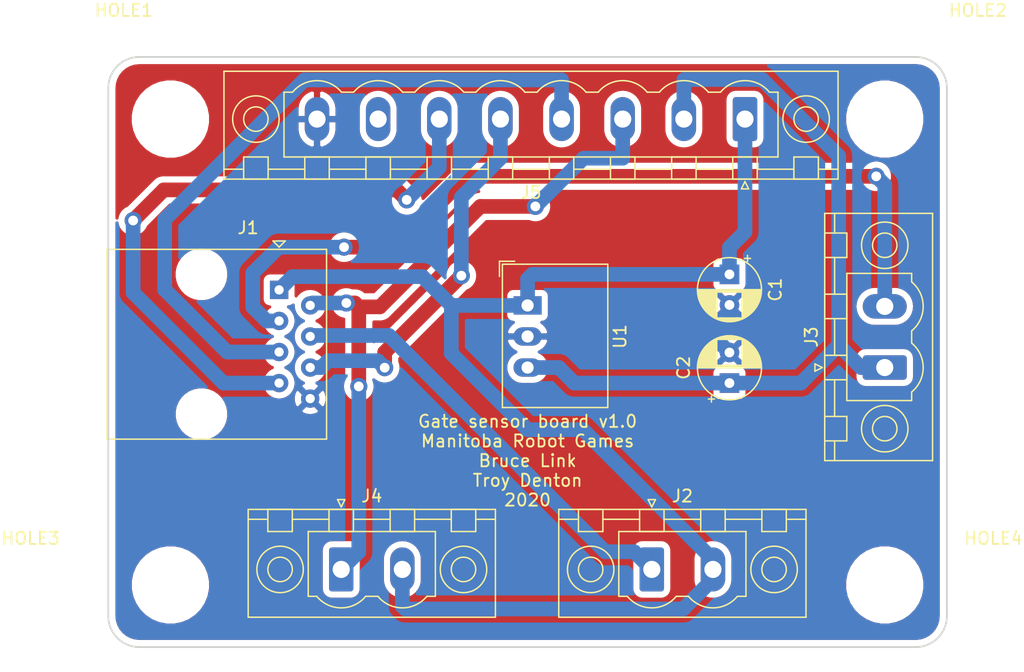
<source format=kicad_pcb>
(kicad_pcb (version 20171130) (host pcbnew "(5.1.4)")

  (general
    (thickness 1.6)
    (drawings 9)
    (tracks 98)
    (zones 0)
    (modules 12)
    (nets 10)
  )

  (page A4)
  (layers
    (0 F.Cu signal)
    (31 B.Cu signal)
    (32 B.Adhes user)
    (33 F.Adhes user)
    (34 B.Paste user)
    (35 F.Paste user)
    (36 B.SilkS user)
    (37 F.SilkS user)
    (38 B.Mask user)
    (39 F.Mask user)
    (40 Dwgs.User user)
    (41 Cmts.User user)
    (42 Eco1.User user)
    (43 Eco2.User user)
    (44 Edge.Cuts user)
    (45 Margin user)
    (46 B.CrtYd user)
    (47 F.CrtYd user)
    (48 B.Fab user)
    (49 F.Fab user)
  )

  (setup
    (last_trace_width 1.2)
    (trace_clearance 0.1524)
    (zone_clearance 0.508)
    (zone_45_only no)
    (trace_min 0.1524)
    (via_size 1.4)
    (via_drill 0.8)
    (via_min_size 0.4)
    (via_min_drill 0.3)
    (uvia_size 0.3)
    (uvia_drill 0.1)
    (uvias_allowed no)
    (uvia_min_size 0.2)
    (uvia_min_drill 0.1)
    (edge_width 0.15)
    (segment_width 0.2)
    (pcb_text_width 0.3)
    (pcb_text_size 1.5 1.5)
    (mod_edge_width 0.15)
    (mod_text_size 1 1)
    (mod_text_width 0.15)
    (pad_size 2.5 2.5)
    (pad_drill 2.5)
    (pad_to_mask_clearance 0.1)
    (solder_mask_min_width 0.1)
    (aux_axis_origin 16.51 60.96)
    (grid_origin 16.51 60.96)
    (visible_elements FFFFFF7F)
    (pcbplotparams
      (layerselection 0x010f0_ffffffff)
      (usegerberextensions false)
      (usegerberattributes false)
      (usegerberadvancedattributes false)
      (creategerberjobfile false)
      (excludeedgelayer false)
      (linewidth 0.100000)
      (plotframeref false)
      (viasonmask false)
      (mode 1)
      (useauxorigin false)
      (hpglpennumber 1)
      (hpglpenspeed 20)
      (hpglpendiameter 15.000000)
      (psnegative false)
      (psa4output false)
      (plotreference true)
      (plotvalue true)
      (plotinvisibletext false)
      (padsonsilk false)
      (subtractmaskfromsilk true)
      (outputformat 1)
      (mirror false)
      (drillshape 0)
      (scaleselection 1)
      (outputdirectory "plots/v1_0/"))
  )

  (net 0 "")
  (net 1 +12V)
  (net 2 GND)
  (net 3 +5V)
  (net 4 /start_light)
  (net 5 /beam_detect)
  (net 6 /beam_excite)
  (net 7 /chipsel)
  (net 8 /SERA)
  (net 9 /CLK)

  (net_class Default "This is the default net class."
    (clearance 0.1524)
    (trace_width 1.2)
    (via_dia 1.4)
    (via_drill 0.8)
    (uvia_dia 0.3)
    (uvia_drill 0.1)
    (add_net +12V)
    (add_net +5V)
    (add_net /CLK)
    (add_net /SERA)
    (add_net /beam_detect)
    (add_net /beam_excite)
    (add_net /chipsel)
    (add_net /start_light)
    (add_net GND)
  )

  (module Connector_Phoenix_MSTB:PhoenixContact_MSTBV_2,5_2-GF_1x02_P5.00mm_Vertical_ThreadedFlange (layer F.Cu) (tedit 5B785046) (tstamp 5E54CA94)
    (at 60.96 54.61)
    (descr "Generic Phoenix Contact connector footprint for: MSTBV_2,5/2-GF; number of pins: 02; pin pitch: 5.00mm; Vertical; threaded flange || order number: 1776883 12A || order number: 1924415 16A (HC)")
    (tags "phoenix_contact connector MSTBV_01x02_GF_5.00mm")
    (path /5C74B684)
    (fp_text reference J2 (at 2.5 -6) (layer F.SilkS)
      (effects (font (size 1 1) (thickness 0.15)))
    )
    (fp_text value "beam excite" (at 2.5 5) (layer F.Fab)
      (effects (font (size 1 1) (thickness 0.15)))
    )
    (fp_text user %R (at 2.5 -4.1) (layer F.Fab)
      (effects (font (size 1 1) (thickness 0.15)))
    )
    (fp_line (start -0.5 -3.55) (end 0.5 -3.55) (layer F.Fab) (width 0.1))
    (fp_line (start 0 -2.55) (end -0.5 -3.55) (layer F.Fab) (width 0.1))
    (fp_line (start 0.5 -3.55) (end 0 -2.55) (layer F.Fab) (width 0.1))
    (fp_line (start -0.3 -5.71) (end 0.3 -5.71) (layer F.SilkS) (width 0.12))
    (fp_line (start 0 -5.11) (end -0.3 -5.71) (layer F.SilkS) (width 0.12))
    (fp_line (start 0.3 -5.71) (end 0 -5.11) (layer F.SilkS) (width 0.12))
    (fp_line (start 13 -5.3) (end -8 -5.3) (layer F.CrtYd) (width 0.05))
    (fp_line (start 13 4.3) (end 13 -5.3) (layer F.CrtYd) (width 0.05))
    (fp_line (start -8 4.3) (end 13 4.3) (layer F.CrtYd) (width 0.05))
    (fp_line (start -8 -5.3) (end -8 4.3) (layer F.CrtYd) (width 0.05))
    (fp_line (start 7.7 2.2) (end 7 2.2) (layer F.SilkS) (width 0.12))
    (fp_line (start 7.7 -3.1) (end 7.7 2.2) (layer F.SilkS) (width 0.12))
    (fp_line (start -2.7 -3.1) (end 7.7 -3.1) (layer F.SilkS) (width 0.12))
    (fp_line (start -2.7 2.2) (end -2.7 -3.1) (layer F.SilkS) (width 0.12))
    (fp_line (start -2 2.2) (end -2.7 2.2) (layer F.SilkS) (width 0.12))
    (fp_line (start 2 2.2) (end 3 2.2) (layer F.SilkS) (width 0.12))
    (fp_line (start 6 -3.1) (end 4 -3.1) (layer F.SilkS) (width 0.12))
    (fp_line (start 6 -4.91) (end 6 -3.1) (layer F.SilkS) (width 0.12))
    (fp_line (start 4 -4.91) (end 6 -4.91) (layer F.SilkS) (width 0.12))
    (fp_line (start 4 -3.1) (end 4 -4.91) (layer F.SilkS) (width 0.12))
    (fp_line (start 1 -3.1) (end -1 -3.1) (layer F.SilkS) (width 0.12))
    (fp_line (start 1 -4.91) (end 1 -3.1) (layer F.SilkS) (width 0.12))
    (fp_line (start -1 -4.91) (end 1 -4.91) (layer F.SilkS) (width 0.12))
    (fp_line (start -1 -3.1) (end -1 -4.91) (layer F.SilkS) (width 0.12))
    (fp_line (start 6 -4.1) (end 9 -4.1) (layer F.SilkS) (width 0.12))
    (fp_line (start -4 -4.1) (end -1 -4.1) (layer F.SilkS) (width 0.12))
    (fp_line (start 11 -3.1) (end 9 -3.1) (layer F.SilkS) (width 0.12))
    (fp_line (start 11 -4.91) (end 11 -3.1) (layer F.SilkS) (width 0.12))
    (fp_line (start 9 -4.91) (end 11 -4.91) (layer F.SilkS) (width 0.12))
    (fp_line (start 9 -3.1) (end 9 -4.91) (layer F.SilkS) (width 0.12))
    (fp_line (start -4 -3.1) (end -6 -3.1) (layer F.SilkS) (width 0.12))
    (fp_line (start -4 -4.91) (end -4 -3.1) (layer F.SilkS) (width 0.12))
    (fp_line (start -6 -4.91) (end -4 -4.91) (layer F.SilkS) (width 0.12))
    (fp_line (start -6 -3.1) (end -6 -4.91) (layer F.SilkS) (width 0.12))
    (fp_line (start 1 -4.1) (end 4 -4.1) (layer F.SilkS) (width 0.12))
    (fp_line (start 12.61 -4.1) (end 11.11 -4.1) (layer F.SilkS) (width 0.12))
    (fp_line (start -7.61 -4.1) (end -6.11 -4.1) (layer F.SilkS) (width 0.12))
    (fp_line (start 12.5 -4.8) (end -7.5 -4.8) (layer F.Fab) (width 0.1))
    (fp_line (start 12.5 3.8) (end 12.5 -4.8) (layer F.Fab) (width 0.1))
    (fp_line (start -7.5 3.8) (end 12.5 3.8) (layer F.Fab) (width 0.1))
    (fp_line (start -7.5 -4.8) (end -7.5 3.8) (layer F.Fab) (width 0.1))
    (fp_line (start 12.61 -4.91) (end -7.61 -4.91) (layer F.SilkS) (width 0.12))
    (fp_line (start 12.61 3.91) (end 12.61 -4.91) (layer F.SilkS) (width 0.12))
    (fp_line (start -7.61 3.91) (end 12.61 3.91) (layer F.SilkS) (width 0.12))
    (fp_line (start -7.61 -4.91) (end -7.61 3.91) (layer F.SilkS) (width 0.12))
    (fp_circle (center 10 0) (end 11 0) (layer F.SilkS) (width 0.12))
    (fp_circle (center -5 0) (end -4 0) (layer F.SilkS) (width 0.12))
    (fp_circle (center 10 0) (end 11.9 0) (layer F.SilkS) (width 0.12))
    (fp_circle (center -5 0) (end -3.1 0) (layer F.SilkS) (width 0.12))
    (fp_arc (start 5 0.55) (end 3 2.2) (angle -100.5) (layer F.SilkS) (width 0.12))
    (fp_arc (start 0 0.55) (end -2 2.2) (angle -100.5) (layer F.SilkS) (width 0.12))
    (pad 2 thru_hole oval (at 5 0) (size 2 3.6) (drill 1.4) (layers *.Cu *.Mask)
      (net 1 +12V))
    (pad 1 thru_hole roundrect (at 0 0) (size 2 3.6) (drill 1.4) (layers *.Cu *.Mask) (roundrect_rratio 0.125)
      (net 6 /beam_excite))
    (model ${KISYS3DMOD}/Connector_Phoenix_MSTB.3dshapes/PhoenixContact_MSTBV_2,5_2-GF_1x02_P5.00mm_Vertical_ThreadedFlange.wrl
      (at (xyz 0 0 0))
      (scale (xyz 1 1 1))
      (rotate (xyz 0 0 0))
    )
  )

  (module Connector_RJ:RJ45_Amphenol_54602-x08_Horizontal (layer F.Cu) (tedit 5B103613) (tstamp 5C76D3AE)
    (at 30.48 31.75 270)
    (descr "8 Pol Shallow Latch Connector, Modjack, RJ45 (https://cdn.amphenol-icc.com/media/wysiwyg/files/drawing/c-bmj-0102.pdf)")
    (tags RJ45)
    (path /5C7479C5)
    (fp_text reference J1 (at -5.08 2.54) (layer F.SilkS)
      (effects (font (size 1 1) (thickness 0.15)))
    )
    (fp_text value 8P8C (at 4.445 4 270) (layer F.Fab)
      (effects (font (size 1 1) (thickness 0.15)))
    )
    (fp_line (start 12.6 14.47) (end -3.71 14.47) (layer F.CrtYd) (width 0.05))
    (fp_line (start 12.6 14.47) (end 12.6 -4.27) (layer F.CrtYd) (width 0.05))
    (fp_line (start -3.71 -4.27) (end -3.71 14.47) (layer F.CrtYd) (width 0.05))
    (fp_line (start -3.71 -4.27) (end 12.6 -4.27) (layer F.CrtYd) (width 0.05))
    (fp_line (start -3.315 -3.88) (end -3.315 14.08) (layer F.SilkS) (width 0.12))
    (fp_line (start 12.205 -3.88) (end -3.315 -3.88) (layer F.SilkS) (width 0.12))
    (fp_line (start 12.205 -3.88) (end 12.205 14.08) (layer F.SilkS) (width 0.12))
    (fp_line (start -3.315 14.08) (end 12.205 14.08) (layer F.SilkS) (width 0.12))
    (fp_line (start -3.205 -2.77) (end -2.205 -3.77) (layer F.Fab) (width 0.12))
    (fp_line (start -2.205 -3.77) (end 12.095 -3.77) (layer F.Fab) (width 0.12))
    (fp_line (start 12.095 -3.77) (end 12.095 13.97) (layer F.Fab) (width 0.12))
    (fp_line (start 12.095 13.97) (end -3.205 13.97) (layer F.Fab) (width 0.12))
    (fp_line (start -3.205 13.97) (end -3.205 -2.77) (layer F.Fab) (width 0.12))
    (fp_line (start -3.5 0) (end -4 -0.5) (layer F.SilkS) (width 0.12))
    (fp_line (start -4 -0.5) (end -4 0.5) (layer F.SilkS) (width 0.12))
    (fp_line (start -4 0.5) (end -3.5 0) (layer F.SilkS) (width 0.12))
    (fp_text user %R (at 4.445 2 270) (layer F.Fab)
      (effects (font (size 1 1) (thickness 0.15)))
    )
    (pad 8 thru_hole circle (at 8.89 -2.54 270) (size 1.5 1.5) (drill 0.76) (layers *.Cu *.Mask)
      (net 2 GND))
    (pad 7 thru_hole circle (at 7.62 0 270) (size 1.5 1.5) (drill 0.76) (layers *.Cu *.Mask)
      (net 9 /CLK))
    (pad 6 thru_hole circle (at 6.35 -2.54 270) (size 1.5 1.5) (drill 0.76) (layers *.Cu *.Mask)
      (net 8 /SERA))
    (pad 5 thru_hole circle (at 5.08 0 270) (size 1.5 1.5) (drill 0.76) (layers *.Cu *.Mask)
      (net 7 /chipsel))
    (pad 4 thru_hole circle (at 3.81 -2.54 270) (size 1.5 1.5) (drill 0.76) (layers *.Cu *.Mask)
      (net 6 /beam_excite))
    (pad 3 thru_hole circle (at 2.54 0 270) (size 1.5 1.5) (drill 0.76) (layers *.Cu *.Mask)
      (net 5 /beam_detect))
    (pad 2 thru_hole circle (at 1.27 -2.54 270) (size 1.5 1.5) (drill 0.76) (layers *.Cu *.Mask)
      (net 4 /start_light))
    (pad 1 thru_hole rect (at 0 0 270) (size 1.5 1.5) (drill 0.76) (layers *.Cu *.Mask)
      (net 1 +12V))
    (pad "" np_thru_hole circle (at -1.27 6.35 270) (size 3.2 3.2) (drill 3.2) (layers *.Cu *.Mask))
    (pad "" np_thru_hole circle (at 10.16 6.35 270) (size 3.2 3.2) (drill 3.2) (layers *.Cu *.Mask))
    (model ${KISYS3DMOD}/Connector_RJ.3dshapes/RJ45_Amphenol_54602-x08_Horizontal.wrl
      (at (xyz 0 0 0))
      (scale (xyz 1 1 1))
      (rotate (xyz 0 0 0))
    )
  )

  (module MountingHole:MountingHole_5.3mm_M5 locked (layer F.Cu) (tedit 56D1B4CB) (tstamp 5E54CC8B)
    (at 21.59 17.78)
    (descr "Mounting Hole 5.3mm, no annular, M5")
    (tags "mounting hole 5.3mm no annular m5")
    (attr virtual)
    (fp_text reference HOLE1 (at -3.81 -8.89) (layer F.SilkS)
      (effects (font (size 1 1) (thickness 0.15)))
    )
    (fp_text value MountingHole_5.3mm_M5 (at 0 6.3) (layer F.Fab)
      (effects (font (size 1 1) (thickness 0.15)))
    )
    (fp_circle (center 0 0) (end 5.55 0) (layer F.CrtYd) (width 0.05))
    (fp_circle (center 0 0) (end 5.3 0) (layer Cmts.User) (width 0.15))
    (fp_text user %R (at 0.3 0) (layer F.Fab)
      (effects (font (size 1 1) (thickness 0.15)))
    )
    (pad 1 np_thru_hole circle (at 0 0) (size 5.3 5.3) (drill 5.3) (layers *.Cu *.Mask))
  )

  (module MountingHole:MountingHole_5.3mm_M5 locked (layer F.Cu) (tedit 56D1B4CB) (tstamp 5C885E58)
    (at 21.59 55.88)
    (descr "Mounting Hole 5.3mm, no annular, M5")
    (tags "mounting hole 5.3mm no annular m5")
    (attr virtual)
    (fp_text reference HOLE3 (at -11.43 -3.81) (layer F.SilkS)
      (effects (font (size 1 1) (thickness 0.15)))
    )
    (fp_text value MountingHole_5.3mm_M5 (at 0 6.3) (layer F.Fab)
      (effects (font (size 1 1) (thickness 0.15)))
    )
    (fp_circle (center 0 0) (end 5.55 0) (layer F.CrtYd) (width 0.05))
    (fp_circle (center 0 0) (end 5.3 0) (layer Cmts.User) (width 0.15))
    (fp_text user %R (at 0.3 0) (layer F.Fab)
      (effects (font (size 1 1) (thickness 0.15)))
    )
    (pad 1 np_thru_hole circle (at 0 0) (size 5.3 5.3) (drill 5.3) (layers *.Cu *.Mask))
  )

  (module MountingHole:MountingHole_5.3mm_M5 locked (layer F.Cu) (tedit 56D1B4CB) (tstamp 5C885E4A)
    (at 80.01 55.88)
    (descr "Mounting Hole 5.3mm, no annular, M5")
    (tags "mounting hole 5.3mm no annular m5")
    (attr virtual)
    (fp_text reference HOLE4 (at 8.89 -3.81) (layer F.SilkS)
      (effects (font (size 1 1) (thickness 0.15)))
    )
    (fp_text value MountingHole_5.3mm_M5 (at 0 6.3) (layer F.Fab)
      (effects (font (size 1 1) (thickness 0.15)))
    )
    (fp_circle (center 0 0) (end 5.55 0) (layer F.CrtYd) (width 0.05))
    (fp_circle (center 0 0) (end 5.3 0) (layer Cmts.User) (width 0.15))
    (fp_text user %R (at 0.3 0) (layer F.Fab)
      (effects (font (size 1 1) (thickness 0.15)))
    )
    (pad 1 np_thru_hole circle (at 0 0) (size 5.3 5.3) (drill 5.3) (layers *.Cu *.Mask))
  )

  (module MountingHole:MountingHole_5.3mm_M5 locked (layer F.Cu) (tedit 56D1B4CB) (tstamp 5C885E3C)
    (at 80.01 17.78)
    (descr "Mounting Hole 5.3mm, no annular, M5")
    (tags "mounting hole 5.3mm no annular m5")
    (attr virtual)
    (fp_text reference HOLE2 (at 7.62 -8.89) (layer F.SilkS)
      (effects (font (size 1 1) (thickness 0.15)))
    )
    (fp_text value MountingHole_5.3mm_M5 (at 0 6.3) (layer F.Fab)
      (effects (font (size 1 1) (thickness 0.15)))
    )
    (fp_circle (center 0 0) (end 5.55 0) (layer F.CrtYd) (width 0.05))
    (fp_circle (center 0 0) (end 5.3 0) (layer Cmts.User) (width 0.15))
    (fp_text user %R (at 0.3 0) (layer F.Fab)
      (effects (font (size 1 1) (thickness 0.15)))
    )
    (pad 1 np_thru_hole circle (at 0 0) (size 5.3 5.3) (drill 5.3) (layers *.Cu *.Mask))
  )

  (module Capacitor_THT:CP_Radial_D5.0mm_P2.50mm (layer F.Cu) (tedit 5AE50EF0) (tstamp 5C76D874)
    (at 67.31 39.37 90)
    (descr "CP, Radial series, Radial, pin pitch=2.50mm, , diameter=5mm, Electrolytic Capacitor")
    (tags "CP Radial series Radial pin pitch 2.50mm  diameter 5mm Electrolytic Capacitor")
    (path /5C74B4D0)
    (fp_text reference C2 (at 1.25 -3.75 90) (layer F.SilkS)
      (effects (font (size 1 1) (thickness 0.15)))
    )
    (fp_text value 100uF (at 1.25 3.75 90) (layer F.Fab)
      (effects (font (size 1 1) (thickness 0.15)))
    )
    (fp_text user %R (at 1.25 0 90) (layer F.Fab)
      (effects (font (size 1 1) (thickness 0.15)))
    )
    (fp_line (start -1.304775 -1.725) (end -1.304775 -1.225) (layer F.SilkS) (width 0.12))
    (fp_line (start -1.554775 -1.475) (end -1.054775 -1.475) (layer F.SilkS) (width 0.12))
    (fp_line (start 3.851 -0.284) (end 3.851 0.284) (layer F.SilkS) (width 0.12))
    (fp_line (start 3.811 -0.518) (end 3.811 0.518) (layer F.SilkS) (width 0.12))
    (fp_line (start 3.771 -0.677) (end 3.771 0.677) (layer F.SilkS) (width 0.12))
    (fp_line (start 3.731 -0.805) (end 3.731 0.805) (layer F.SilkS) (width 0.12))
    (fp_line (start 3.691 -0.915) (end 3.691 0.915) (layer F.SilkS) (width 0.12))
    (fp_line (start 3.651 -1.011) (end 3.651 1.011) (layer F.SilkS) (width 0.12))
    (fp_line (start 3.611 -1.098) (end 3.611 1.098) (layer F.SilkS) (width 0.12))
    (fp_line (start 3.571 -1.178) (end 3.571 1.178) (layer F.SilkS) (width 0.12))
    (fp_line (start 3.531 1.04) (end 3.531 1.251) (layer F.SilkS) (width 0.12))
    (fp_line (start 3.531 -1.251) (end 3.531 -1.04) (layer F.SilkS) (width 0.12))
    (fp_line (start 3.491 1.04) (end 3.491 1.319) (layer F.SilkS) (width 0.12))
    (fp_line (start 3.491 -1.319) (end 3.491 -1.04) (layer F.SilkS) (width 0.12))
    (fp_line (start 3.451 1.04) (end 3.451 1.383) (layer F.SilkS) (width 0.12))
    (fp_line (start 3.451 -1.383) (end 3.451 -1.04) (layer F.SilkS) (width 0.12))
    (fp_line (start 3.411 1.04) (end 3.411 1.443) (layer F.SilkS) (width 0.12))
    (fp_line (start 3.411 -1.443) (end 3.411 -1.04) (layer F.SilkS) (width 0.12))
    (fp_line (start 3.371 1.04) (end 3.371 1.5) (layer F.SilkS) (width 0.12))
    (fp_line (start 3.371 -1.5) (end 3.371 -1.04) (layer F.SilkS) (width 0.12))
    (fp_line (start 3.331 1.04) (end 3.331 1.554) (layer F.SilkS) (width 0.12))
    (fp_line (start 3.331 -1.554) (end 3.331 -1.04) (layer F.SilkS) (width 0.12))
    (fp_line (start 3.291 1.04) (end 3.291 1.605) (layer F.SilkS) (width 0.12))
    (fp_line (start 3.291 -1.605) (end 3.291 -1.04) (layer F.SilkS) (width 0.12))
    (fp_line (start 3.251 1.04) (end 3.251 1.653) (layer F.SilkS) (width 0.12))
    (fp_line (start 3.251 -1.653) (end 3.251 -1.04) (layer F.SilkS) (width 0.12))
    (fp_line (start 3.211 1.04) (end 3.211 1.699) (layer F.SilkS) (width 0.12))
    (fp_line (start 3.211 -1.699) (end 3.211 -1.04) (layer F.SilkS) (width 0.12))
    (fp_line (start 3.171 1.04) (end 3.171 1.743) (layer F.SilkS) (width 0.12))
    (fp_line (start 3.171 -1.743) (end 3.171 -1.04) (layer F.SilkS) (width 0.12))
    (fp_line (start 3.131 1.04) (end 3.131 1.785) (layer F.SilkS) (width 0.12))
    (fp_line (start 3.131 -1.785) (end 3.131 -1.04) (layer F.SilkS) (width 0.12))
    (fp_line (start 3.091 1.04) (end 3.091 1.826) (layer F.SilkS) (width 0.12))
    (fp_line (start 3.091 -1.826) (end 3.091 -1.04) (layer F.SilkS) (width 0.12))
    (fp_line (start 3.051 1.04) (end 3.051 1.864) (layer F.SilkS) (width 0.12))
    (fp_line (start 3.051 -1.864) (end 3.051 -1.04) (layer F.SilkS) (width 0.12))
    (fp_line (start 3.011 1.04) (end 3.011 1.901) (layer F.SilkS) (width 0.12))
    (fp_line (start 3.011 -1.901) (end 3.011 -1.04) (layer F.SilkS) (width 0.12))
    (fp_line (start 2.971 1.04) (end 2.971 1.937) (layer F.SilkS) (width 0.12))
    (fp_line (start 2.971 -1.937) (end 2.971 -1.04) (layer F.SilkS) (width 0.12))
    (fp_line (start 2.931 1.04) (end 2.931 1.971) (layer F.SilkS) (width 0.12))
    (fp_line (start 2.931 -1.971) (end 2.931 -1.04) (layer F.SilkS) (width 0.12))
    (fp_line (start 2.891 1.04) (end 2.891 2.004) (layer F.SilkS) (width 0.12))
    (fp_line (start 2.891 -2.004) (end 2.891 -1.04) (layer F.SilkS) (width 0.12))
    (fp_line (start 2.851 1.04) (end 2.851 2.035) (layer F.SilkS) (width 0.12))
    (fp_line (start 2.851 -2.035) (end 2.851 -1.04) (layer F.SilkS) (width 0.12))
    (fp_line (start 2.811 1.04) (end 2.811 2.065) (layer F.SilkS) (width 0.12))
    (fp_line (start 2.811 -2.065) (end 2.811 -1.04) (layer F.SilkS) (width 0.12))
    (fp_line (start 2.771 1.04) (end 2.771 2.095) (layer F.SilkS) (width 0.12))
    (fp_line (start 2.771 -2.095) (end 2.771 -1.04) (layer F.SilkS) (width 0.12))
    (fp_line (start 2.731 1.04) (end 2.731 2.122) (layer F.SilkS) (width 0.12))
    (fp_line (start 2.731 -2.122) (end 2.731 -1.04) (layer F.SilkS) (width 0.12))
    (fp_line (start 2.691 1.04) (end 2.691 2.149) (layer F.SilkS) (width 0.12))
    (fp_line (start 2.691 -2.149) (end 2.691 -1.04) (layer F.SilkS) (width 0.12))
    (fp_line (start 2.651 1.04) (end 2.651 2.175) (layer F.SilkS) (width 0.12))
    (fp_line (start 2.651 -2.175) (end 2.651 -1.04) (layer F.SilkS) (width 0.12))
    (fp_line (start 2.611 1.04) (end 2.611 2.2) (layer F.SilkS) (width 0.12))
    (fp_line (start 2.611 -2.2) (end 2.611 -1.04) (layer F.SilkS) (width 0.12))
    (fp_line (start 2.571 1.04) (end 2.571 2.224) (layer F.SilkS) (width 0.12))
    (fp_line (start 2.571 -2.224) (end 2.571 -1.04) (layer F.SilkS) (width 0.12))
    (fp_line (start 2.531 1.04) (end 2.531 2.247) (layer F.SilkS) (width 0.12))
    (fp_line (start 2.531 -2.247) (end 2.531 -1.04) (layer F.SilkS) (width 0.12))
    (fp_line (start 2.491 1.04) (end 2.491 2.268) (layer F.SilkS) (width 0.12))
    (fp_line (start 2.491 -2.268) (end 2.491 -1.04) (layer F.SilkS) (width 0.12))
    (fp_line (start 2.451 1.04) (end 2.451 2.29) (layer F.SilkS) (width 0.12))
    (fp_line (start 2.451 -2.29) (end 2.451 -1.04) (layer F.SilkS) (width 0.12))
    (fp_line (start 2.411 1.04) (end 2.411 2.31) (layer F.SilkS) (width 0.12))
    (fp_line (start 2.411 -2.31) (end 2.411 -1.04) (layer F.SilkS) (width 0.12))
    (fp_line (start 2.371 1.04) (end 2.371 2.329) (layer F.SilkS) (width 0.12))
    (fp_line (start 2.371 -2.329) (end 2.371 -1.04) (layer F.SilkS) (width 0.12))
    (fp_line (start 2.331 1.04) (end 2.331 2.348) (layer F.SilkS) (width 0.12))
    (fp_line (start 2.331 -2.348) (end 2.331 -1.04) (layer F.SilkS) (width 0.12))
    (fp_line (start 2.291 1.04) (end 2.291 2.365) (layer F.SilkS) (width 0.12))
    (fp_line (start 2.291 -2.365) (end 2.291 -1.04) (layer F.SilkS) (width 0.12))
    (fp_line (start 2.251 1.04) (end 2.251 2.382) (layer F.SilkS) (width 0.12))
    (fp_line (start 2.251 -2.382) (end 2.251 -1.04) (layer F.SilkS) (width 0.12))
    (fp_line (start 2.211 1.04) (end 2.211 2.398) (layer F.SilkS) (width 0.12))
    (fp_line (start 2.211 -2.398) (end 2.211 -1.04) (layer F.SilkS) (width 0.12))
    (fp_line (start 2.171 1.04) (end 2.171 2.414) (layer F.SilkS) (width 0.12))
    (fp_line (start 2.171 -2.414) (end 2.171 -1.04) (layer F.SilkS) (width 0.12))
    (fp_line (start 2.131 1.04) (end 2.131 2.428) (layer F.SilkS) (width 0.12))
    (fp_line (start 2.131 -2.428) (end 2.131 -1.04) (layer F.SilkS) (width 0.12))
    (fp_line (start 2.091 1.04) (end 2.091 2.442) (layer F.SilkS) (width 0.12))
    (fp_line (start 2.091 -2.442) (end 2.091 -1.04) (layer F.SilkS) (width 0.12))
    (fp_line (start 2.051 1.04) (end 2.051 2.455) (layer F.SilkS) (width 0.12))
    (fp_line (start 2.051 -2.455) (end 2.051 -1.04) (layer F.SilkS) (width 0.12))
    (fp_line (start 2.011 1.04) (end 2.011 2.468) (layer F.SilkS) (width 0.12))
    (fp_line (start 2.011 -2.468) (end 2.011 -1.04) (layer F.SilkS) (width 0.12))
    (fp_line (start 1.971 1.04) (end 1.971 2.48) (layer F.SilkS) (width 0.12))
    (fp_line (start 1.971 -2.48) (end 1.971 -1.04) (layer F.SilkS) (width 0.12))
    (fp_line (start 1.93 1.04) (end 1.93 2.491) (layer F.SilkS) (width 0.12))
    (fp_line (start 1.93 -2.491) (end 1.93 -1.04) (layer F.SilkS) (width 0.12))
    (fp_line (start 1.89 1.04) (end 1.89 2.501) (layer F.SilkS) (width 0.12))
    (fp_line (start 1.89 -2.501) (end 1.89 -1.04) (layer F.SilkS) (width 0.12))
    (fp_line (start 1.85 1.04) (end 1.85 2.511) (layer F.SilkS) (width 0.12))
    (fp_line (start 1.85 -2.511) (end 1.85 -1.04) (layer F.SilkS) (width 0.12))
    (fp_line (start 1.81 1.04) (end 1.81 2.52) (layer F.SilkS) (width 0.12))
    (fp_line (start 1.81 -2.52) (end 1.81 -1.04) (layer F.SilkS) (width 0.12))
    (fp_line (start 1.77 1.04) (end 1.77 2.528) (layer F.SilkS) (width 0.12))
    (fp_line (start 1.77 -2.528) (end 1.77 -1.04) (layer F.SilkS) (width 0.12))
    (fp_line (start 1.73 1.04) (end 1.73 2.536) (layer F.SilkS) (width 0.12))
    (fp_line (start 1.73 -2.536) (end 1.73 -1.04) (layer F.SilkS) (width 0.12))
    (fp_line (start 1.69 1.04) (end 1.69 2.543) (layer F.SilkS) (width 0.12))
    (fp_line (start 1.69 -2.543) (end 1.69 -1.04) (layer F.SilkS) (width 0.12))
    (fp_line (start 1.65 1.04) (end 1.65 2.55) (layer F.SilkS) (width 0.12))
    (fp_line (start 1.65 -2.55) (end 1.65 -1.04) (layer F.SilkS) (width 0.12))
    (fp_line (start 1.61 1.04) (end 1.61 2.556) (layer F.SilkS) (width 0.12))
    (fp_line (start 1.61 -2.556) (end 1.61 -1.04) (layer F.SilkS) (width 0.12))
    (fp_line (start 1.57 1.04) (end 1.57 2.561) (layer F.SilkS) (width 0.12))
    (fp_line (start 1.57 -2.561) (end 1.57 -1.04) (layer F.SilkS) (width 0.12))
    (fp_line (start 1.53 1.04) (end 1.53 2.565) (layer F.SilkS) (width 0.12))
    (fp_line (start 1.53 -2.565) (end 1.53 -1.04) (layer F.SilkS) (width 0.12))
    (fp_line (start 1.49 1.04) (end 1.49 2.569) (layer F.SilkS) (width 0.12))
    (fp_line (start 1.49 -2.569) (end 1.49 -1.04) (layer F.SilkS) (width 0.12))
    (fp_line (start 1.45 -2.573) (end 1.45 2.573) (layer F.SilkS) (width 0.12))
    (fp_line (start 1.41 -2.576) (end 1.41 2.576) (layer F.SilkS) (width 0.12))
    (fp_line (start 1.37 -2.578) (end 1.37 2.578) (layer F.SilkS) (width 0.12))
    (fp_line (start 1.33 -2.579) (end 1.33 2.579) (layer F.SilkS) (width 0.12))
    (fp_line (start 1.29 -2.58) (end 1.29 2.58) (layer F.SilkS) (width 0.12))
    (fp_line (start 1.25 -2.58) (end 1.25 2.58) (layer F.SilkS) (width 0.12))
    (fp_line (start -0.633605 -1.3375) (end -0.633605 -0.8375) (layer F.Fab) (width 0.1))
    (fp_line (start -0.883605 -1.0875) (end -0.383605 -1.0875) (layer F.Fab) (width 0.1))
    (fp_circle (center 1.25 0) (end 4 0) (layer F.CrtYd) (width 0.05))
    (fp_circle (center 1.25 0) (end 3.87 0) (layer F.SilkS) (width 0.12))
    (fp_circle (center 1.25 0) (end 3.75 0) (layer F.Fab) (width 0.1))
    (pad 2 thru_hole circle (at 2.5 0 90) (size 1.6 1.6) (drill 0.8) (layers *.Cu *.Mask)
      (net 2 GND))
    (pad 1 thru_hole rect (at 0 0 90) (size 1.6 1.6) (drill 0.8) (layers *.Cu *.Mask)
      (net 3 +5V))
    (model ${KISYS3DMOD}/Capacitor_THT.3dshapes/CP_Radial_D5.0mm_P2.50mm.wrl
      (at (xyz 0 0 0))
      (scale (xyz 1 1 1))
      (rotate (xyz 0 0 0))
    )
  )

  (module Capacitor_THT:CP_Radial_D5.0mm_P2.50mm (layer F.Cu) (tedit 5AE50EF0) (tstamp 5C76FD5E)
    (at 67.31 30.48 270)
    (descr "CP, Radial series, Radial, pin pitch=2.50mm, , diameter=5mm, Electrolytic Capacitor")
    (tags "CP Radial series Radial pin pitch 2.50mm  diameter 5mm Electrolytic Capacitor")
    (path /5C74B15A)
    (fp_text reference C1 (at 1.25 -3.75 270) (layer F.SilkS)
      (effects (font (size 1 1) (thickness 0.15)))
    )
    (fp_text value 1000uF (at 1.25 3.75 270) (layer F.Fab)
      (effects (font (size 1 1) (thickness 0.15)))
    )
    (fp_text user %R (at 1.25 0 270) (layer F.Fab)
      (effects (font (size 1 1) (thickness 0.15)))
    )
    (fp_line (start -1.304775 -1.725) (end -1.304775 -1.225) (layer F.SilkS) (width 0.12))
    (fp_line (start -1.554775 -1.475) (end -1.054775 -1.475) (layer F.SilkS) (width 0.12))
    (fp_line (start 3.851 -0.284) (end 3.851 0.284) (layer F.SilkS) (width 0.12))
    (fp_line (start 3.811 -0.518) (end 3.811 0.518) (layer F.SilkS) (width 0.12))
    (fp_line (start 3.771 -0.677) (end 3.771 0.677) (layer F.SilkS) (width 0.12))
    (fp_line (start 3.731 -0.805) (end 3.731 0.805) (layer F.SilkS) (width 0.12))
    (fp_line (start 3.691 -0.915) (end 3.691 0.915) (layer F.SilkS) (width 0.12))
    (fp_line (start 3.651 -1.011) (end 3.651 1.011) (layer F.SilkS) (width 0.12))
    (fp_line (start 3.611 -1.098) (end 3.611 1.098) (layer F.SilkS) (width 0.12))
    (fp_line (start 3.571 -1.178) (end 3.571 1.178) (layer F.SilkS) (width 0.12))
    (fp_line (start 3.531 1.04) (end 3.531 1.251) (layer F.SilkS) (width 0.12))
    (fp_line (start 3.531 -1.251) (end 3.531 -1.04) (layer F.SilkS) (width 0.12))
    (fp_line (start 3.491 1.04) (end 3.491 1.319) (layer F.SilkS) (width 0.12))
    (fp_line (start 3.491 -1.319) (end 3.491 -1.04) (layer F.SilkS) (width 0.12))
    (fp_line (start 3.451 1.04) (end 3.451 1.383) (layer F.SilkS) (width 0.12))
    (fp_line (start 3.451 -1.383) (end 3.451 -1.04) (layer F.SilkS) (width 0.12))
    (fp_line (start 3.411 1.04) (end 3.411 1.443) (layer F.SilkS) (width 0.12))
    (fp_line (start 3.411 -1.443) (end 3.411 -1.04) (layer F.SilkS) (width 0.12))
    (fp_line (start 3.371 1.04) (end 3.371 1.5) (layer F.SilkS) (width 0.12))
    (fp_line (start 3.371 -1.5) (end 3.371 -1.04) (layer F.SilkS) (width 0.12))
    (fp_line (start 3.331 1.04) (end 3.331 1.554) (layer F.SilkS) (width 0.12))
    (fp_line (start 3.331 -1.554) (end 3.331 -1.04) (layer F.SilkS) (width 0.12))
    (fp_line (start 3.291 1.04) (end 3.291 1.605) (layer F.SilkS) (width 0.12))
    (fp_line (start 3.291 -1.605) (end 3.291 -1.04) (layer F.SilkS) (width 0.12))
    (fp_line (start 3.251 1.04) (end 3.251 1.653) (layer F.SilkS) (width 0.12))
    (fp_line (start 3.251 -1.653) (end 3.251 -1.04) (layer F.SilkS) (width 0.12))
    (fp_line (start 3.211 1.04) (end 3.211 1.699) (layer F.SilkS) (width 0.12))
    (fp_line (start 3.211 -1.699) (end 3.211 -1.04) (layer F.SilkS) (width 0.12))
    (fp_line (start 3.171 1.04) (end 3.171 1.743) (layer F.SilkS) (width 0.12))
    (fp_line (start 3.171 -1.743) (end 3.171 -1.04) (layer F.SilkS) (width 0.12))
    (fp_line (start 3.131 1.04) (end 3.131 1.785) (layer F.SilkS) (width 0.12))
    (fp_line (start 3.131 -1.785) (end 3.131 -1.04) (layer F.SilkS) (width 0.12))
    (fp_line (start 3.091 1.04) (end 3.091 1.826) (layer F.SilkS) (width 0.12))
    (fp_line (start 3.091 -1.826) (end 3.091 -1.04) (layer F.SilkS) (width 0.12))
    (fp_line (start 3.051 1.04) (end 3.051 1.864) (layer F.SilkS) (width 0.12))
    (fp_line (start 3.051 -1.864) (end 3.051 -1.04) (layer F.SilkS) (width 0.12))
    (fp_line (start 3.011 1.04) (end 3.011 1.901) (layer F.SilkS) (width 0.12))
    (fp_line (start 3.011 -1.901) (end 3.011 -1.04) (layer F.SilkS) (width 0.12))
    (fp_line (start 2.971 1.04) (end 2.971 1.937) (layer F.SilkS) (width 0.12))
    (fp_line (start 2.971 -1.937) (end 2.971 -1.04) (layer F.SilkS) (width 0.12))
    (fp_line (start 2.931 1.04) (end 2.931 1.971) (layer F.SilkS) (width 0.12))
    (fp_line (start 2.931 -1.971) (end 2.931 -1.04) (layer F.SilkS) (width 0.12))
    (fp_line (start 2.891 1.04) (end 2.891 2.004) (layer F.SilkS) (width 0.12))
    (fp_line (start 2.891 -2.004) (end 2.891 -1.04) (layer F.SilkS) (width 0.12))
    (fp_line (start 2.851 1.04) (end 2.851 2.035) (layer F.SilkS) (width 0.12))
    (fp_line (start 2.851 -2.035) (end 2.851 -1.04) (layer F.SilkS) (width 0.12))
    (fp_line (start 2.811 1.04) (end 2.811 2.065) (layer F.SilkS) (width 0.12))
    (fp_line (start 2.811 -2.065) (end 2.811 -1.04) (layer F.SilkS) (width 0.12))
    (fp_line (start 2.771 1.04) (end 2.771 2.095) (layer F.SilkS) (width 0.12))
    (fp_line (start 2.771 -2.095) (end 2.771 -1.04) (layer F.SilkS) (width 0.12))
    (fp_line (start 2.731 1.04) (end 2.731 2.122) (layer F.SilkS) (width 0.12))
    (fp_line (start 2.731 -2.122) (end 2.731 -1.04) (layer F.SilkS) (width 0.12))
    (fp_line (start 2.691 1.04) (end 2.691 2.149) (layer F.SilkS) (width 0.12))
    (fp_line (start 2.691 -2.149) (end 2.691 -1.04) (layer F.SilkS) (width 0.12))
    (fp_line (start 2.651 1.04) (end 2.651 2.175) (layer F.SilkS) (width 0.12))
    (fp_line (start 2.651 -2.175) (end 2.651 -1.04) (layer F.SilkS) (width 0.12))
    (fp_line (start 2.611 1.04) (end 2.611 2.2) (layer F.SilkS) (width 0.12))
    (fp_line (start 2.611 -2.2) (end 2.611 -1.04) (layer F.SilkS) (width 0.12))
    (fp_line (start 2.571 1.04) (end 2.571 2.224) (layer F.SilkS) (width 0.12))
    (fp_line (start 2.571 -2.224) (end 2.571 -1.04) (layer F.SilkS) (width 0.12))
    (fp_line (start 2.531 1.04) (end 2.531 2.247) (layer F.SilkS) (width 0.12))
    (fp_line (start 2.531 -2.247) (end 2.531 -1.04) (layer F.SilkS) (width 0.12))
    (fp_line (start 2.491 1.04) (end 2.491 2.268) (layer F.SilkS) (width 0.12))
    (fp_line (start 2.491 -2.268) (end 2.491 -1.04) (layer F.SilkS) (width 0.12))
    (fp_line (start 2.451 1.04) (end 2.451 2.29) (layer F.SilkS) (width 0.12))
    (fp_line (start 2.451 -2.29) (end 2.451 -1.04) (layer F.SilkS) (width 0.12))
    (fp_line (start 2.411 1.04) (end 2.411 2.31) (layer F.SilkS) (width 0.12))
    (fp_line (start 2.411 -2.31) (end 2.411 -1.04) (layer F.SilkS) (width 0.12))
    (fp_line (start 2.371 1.04) (end 2.371 2.329) (layer F.SilkS) (width 0.12))
    (fp_line (start 2.371 -2.329) (end 2.371 -1.04) (layer F.SilkS) (width 0.12))
    (fp_line (start 2.331 1.04) (end 2.331 2.348) (layer F.SilkS) (width 0.12))
    (fp_line (start 2.331 -2.348) (end 2.331 -1.04) (layer F.SilkS) (width 0.12))
    (fp_line (start 2.291 1.04) (end 2.291 2.365) (layer F.SilkS) (width 0.12))
    (fp_line (start 2.291 -2.365) (end 2.291 -1.04) (layer F.SilkS) (width 0.12))
    (fp_line (start 2.251 1.04) (end 2.251 2.382) (layer F.SilkS) (width 0.12))
    (fp_line (start 2.251 -2.382) (end 2.251 -1.04) (layer F.SilkS) (width 0.12))
    (fp_line (start 2.211 1.04) (end 2.211 2.398) (layer F.SilkS) (width 0.12))
    (fp_line (start 2.211 -2.398) (end 2.211 -1.04) (layer F.SilkS) (width 0.12))
    (fp_line (start 2.171 1.04) (end 2.171 2.414) (layer F.SilkS) (width 0.12))
    (fp_line (start 2.171 -2.414) (end 2.171 -1.04) (layer F.SilkS) (width 0.12))
    (fp_line (start 2.131 1.04) (end 2.131 2.428) (layer F.SilkS) (width 0.12))
    (fp_line (start 2.131 -2.428) (end 2.131 -1.04) (layer F.SilkS) (width 0.12))
    (fp_line (start 2.091 1.04) (end 2.091 2.442) (layer F.SilkS) (width 0.12))
    (fp_line (start 2.091 -2.442) (end 2.091 -1.04) (layer F.SilkS) (width 0.12))
    (fp_line (start 2.051 1.04) (end 2.051 2.455) (layer F.SilkS) (width 0.12))
    (fp_line (start 2.051 -2.455) (end 2.051 -1.04) (layer F.SilkS) (width 0.12))
    (fp_line (start 2.011 1.04) (end 2.011 2.468) (layer F.SilkS) (width 0.12))
    (fp_line (start 2.011 -2.468) (end 2.011 -1.04) (layer F.SilkS) (width 0.12))
    (fp_line (start 1.971 1.04) (end 1.971 2.48) (layer F.SilkS) (width 0.12))
    (fp_line (start 1.971 -2.48) (end 1.971 -1.04) (layer F.SilkS) (width 0.12))
    (fp_line (start 1.93 1.04) (end 1.93 2.491) (layer F.SilkS) (width 0.12))
    (fp_line (start 1.93 -2.491) (end 1.93 -1.04) (layer F.SilkS) (width 0.12))
    (fp_line (start 1.89 1.04) (end 1.89 2.501) (layer F.SilkS) (width 0.12))
    (fp_line (start 1.89 -2.501) (end 1.89 -1.04) (layer F.SilkS) (width 0.12))
    (fp_line (start 1.85 1.04) (end 1.85 2.511) (layer F.SilkS) (width 0.12))
    (fp_line (start 1.85 -2.511) (end 1.85 -1.04) (layer F.SilkS) (width 0.12))
    (fp_line (start 1.81 1.04) (end 1.81 2.52) (layer F.SilkS) (width 0.12))
    (fp_line (start 1.81 -2.52) (end 1.81 -1.04) (layer F.SilkS) (width 0.12))
    (fp_line (start 1.77 1.04) (end 1.77 2.528) (layer F.SilkS) (width 0.12))
    (fp_line (start 1.77 -2.528) (end 1.77 -1.04) (layer F.SilkS) (width 0.12))
    (fp_line (start 1.73 1.04) (end 1.73 2.536) (layer F.SilkS) (width 0.12))
    (fp_line (start 1.73 -2.536) (end 1.73 -1.04) (layer F.SilkS) (width 0.12))
    (fp_line (start 1.69 1.04) (end 1.69 2.543) (layer F.SilkS) (width 0.12))
    (fp_line (start 1.69 -2.543) (end 1.69 -1.04) (layer F.SilkS) (width 0.12))
    (fp_line (start 1.65 1.04) (end 1.65 2.55) (layer F.SilkS) (width 0.12))
    (fp_line (start 1.65 -2.55) (end 1.65 -1.04) (layer F.SilkS) (width 0.12))
    (fp_line (start 1.61 1.04) (end 1.61 2.556) (layer F.SilkS) (width 0.12))
    (fp_line (start 1.61 -2.556) (end 1.61 -1.04) (layer F.SilkS) (width 0.12))
    (fp_line (start 1.57 1.04) (end 1.57 2.561) (layer F.SilkS) (width 0.12))
    (fp_line (start 1.57 -2.561) (end 1.57 -1.04) (layer F.SilkS) (width 0.12))
    (fp_line (start 1.53 1.04) (end 1.53 2.565) (layer F.SilkS) (width 0.12))
    (fp_line (start 1.53 -2.565) (end 1.53 -1.04) (layer F.SilkS) (width 0.12))
    (fp_line (start 1.49 1.04) (end 1.49 2.569) (layer F.SilkS) (width 0.12))
    (fp_line (start 1.49 -2.569) (end 1.49 -1.04) (layer F.SilkS) (width 0.12))
    (fp_line (start 1.45 -2.573) (end 1.45 2.573) (layer F.SilkS) (width 0.12))
    (fp_line (start 1.41 -2.576) (end 1.41 2.576) (layer F.SilkS) (width 0.12))
    (fp_line (start 1.37 -2.578) (end 1.37 2.578) (layer F.SilkS) (width 0.12))
    (fp_line (start 1.33 -2.579) (end 1.33 2.579) (layer F.SilkS) (width 0.12))
    (fp_line (start 1.29 -2.58) (end 1.29 2.58) (layer F.SilkS) (width 0.12))
    (fp_line (start 1.25 -2.58) (end 1.25 2.58) (layer F.SilkS) (width 0.12))
    (fp_line (start -0.633605 -1.3375) (end -0.633605 -0.8375) (layer F.Fab) (width 0.1))
    (fp_line (start -0.883605 -1.0875) (end -0.383605 -1.0875) (layer F.Fab) (width 0.1))
    (fp_circle (center 1.25 0) (end 4 0) (layer F.CrtYd) (width 0.05))
    (fp_circle (center 1.25 0) (end 3.87 0) (layer F.SilkS) (width 0.12))
    (fp_circle (center 1.25 0) (end 3.75 0) (layer F.Fab) (width 0.1))
    (pad 2 thru_hole circle (at 2.5 0 270) (size 1.6 1.6) (drill 0.8) (layers *.Cu *.Mask)
      (net 2 GND))
    (pad 1 thru_hole rect (at 0 0 270) (size 1.6 1.6) (drill 0.8) (layers *.Cu *.Mask)
      (net 1 +12V))
    (model ${KISYS3DMOD}/Capacitor_THT.3dshapes/CP_Radial_D5.0mm_P2.50mm.wrl
      (at (xyz 0 0 0))
      (scale (xyz 1 1 1))
      (rotate (xyz 0 0 0))
    )
  )

  (module Connector_Phoenix_MSTB:PhoenixContact_MSTBV_2,5_2-GF_1x02_P5.00mm_Vertical_ThreadedFlange (layer F.Cu) (tedit 5B785046) (tstamp 5C76B12C)
    (at 35.56 54.61)
    (descr "Generic Phoenix Contact connector footprint for: MSTBV_2,5/2-GF; number of pins: 02; pin pitch: 5.00mm; Vertical; threaded flange || order number: 1776883 12A || order number: 1924415 16A (HC)")
    (tags "phoenix_contact connector MSTBV_01x02_GF_5.00mm")
    (path /5C74B95F)
    (fp_text reference J4 (at 2.5 -6) (layer F.SilkS)
      (effects (font (size 1 1) (thickness 0.15)))
    )
    (fp_text value light (at 2.5 5) (layer F.Fab)
      (effects (font (size 1 1) (thickness 0.15)))
    )
    (fp_text user %R (at 2.5 -4.1) (layer F.Fab)
      (effects (font (size 1 1) (thickness 0.15)))
    )
    (fp_line (start -0.5 -3.55) (end 0.5 -3.55) (layer F.Fab) (width 0.1))
    (fp_line (start 0 -2.55) (end -0.5 -3.55) (layer F.Fab) (width 0.1))
    (fp_line (start 0.5 -3.55) (end 0 -2.55) (layer F.Fab) (width 0.1))
    (fp_line (start -0.3 -5.71) (end 0.3 -5.71) (layer F.SilkS) (width 0.12))
    (fp_line (start 0 -5.11) (end -0.3 -5.71) (layer F.SilkS) (width 0.12))
    (fp_line (start 0.3 -5.71) (end 0 -5.11) (layer F.SilkS) (width 0.12))
    (fp_line (start 13 -5.3) (end -8 -5.3) (layer F.CrtYd) (width 0.05))
    (fp_line (start 13 4.3) (end 13 -5.3) (layer F.CrtYd) (width 0.05))
    (fp_line (start -8 4.3) (end 13 4.3) (layer F.CrtYd) (width 0.05))
    (fp_line (start -8 -5.3) (end -8 4.3) (layer F.CrtYd) (width 0.05))
    (fp_line (start 7.7 2.2) (end 7 2.2) (layer F.SilkS) (width 0.12))
    (fp_line (start 7.7 -3.1) (end 7.7 2.2) (layer F.SilkS) (width 0.12))
    (fp_line (start -2.7 -3.1) (end 7.7 -3.1) (layer F.SilkS) (width 0.12))
    (fp_line (start -2.7 2.2) (end -2.7 -3.1) (layer F.SilkS) (width 0.12))
    (fp_line (start -2 2.2) (end -2.7 2.2) (layer F.SilkS) (width 0.12))
    (fp_line (start 2 2.2) (end 3 2.2) (layer F.SilkS) (width 0.12))
    (fp_line (start 6 -3.1) (end 4 -3.1) (layer F.SilkS) (width 0.12))
    (fp_line (start 6 -4.91) (end 6 -3.1) (layer F.SilkS) (width 0.12))
    (fp_line (start 4 -4.91) (end 6 -4.91) (layer F.SilkS) (width 0.12))
    (fp_line (start 4 -3.1) (end 4 -4.91) (layer F.SilkS) (width 0.12))
    (fp_line (start 1 -3.1) (end -1 -3.1) (layer F.SilkS) (width 0.12))
    (fp_line (start 1 -4.91) (end 1 -3.1) (layer F.SilkS) (width 0.12))
    (fp_line (start -1 -4.91) (end 1 -4.91) (layer F.SilkS) (width 0.12))
    (fp_line (start -1 -3.1) (end -1 -4.91) (layer F.SilkS) (width 0.12))
    (fp_line (start 6 -4.1) (end 9 -4.1) (layer F.SilkS) (width 0.12))
    (fp_line (start -4 -4.1) (end -1 -4.1) (layer F.SilkS) (width 0.12))
    (fp_line (start 11 -3.1) (end 9 -3.1) (layer F.SilkS) (width 0.12))
    (fp_line (start 11 -4.91) (end 11 -3.1) (layer F.SilkS) (width 0.12))
    (fp_line (start 9 -4.91) (end 11 -4.91) (layer F.SilkS) (width 0.12))
    (fp_line (start 9 -3.1) (end 9 -4.91) (layer F.SilkS) (width 0.12))
    (fp_line (start -4 -3.1) (end -6 -3.1) (layer F.SilkS) (width 0.12))
    (fp_line (start -4 -4.91) (end -4 -3.1) (layer F.SilkS) (width 0.12))
    (fp_line (start -6 -4.91) (end -4 -4.91) (layer F.SilkS) (width 0.12))
    (fp_line (start -6 -3.1) (end -6 -4.91) (layer F.SilkS) (width 0.12))
    (fp_line (start 1 -4.1) (end 4 -4.1) (layer F.SilkS) (width 0.12))
    (fp_line (start 12.61 -4.1) (end 11.11 -4.1) (layer F.SilkS) (width 0.12))
    (fp_line (start -7.61 -4.1) (end -6.11 -4.1) (layer F.SilkS) (width 0.12))
    (fp_line (start 12.5 -4.8) (end -7.5 -4.8) (layer F.Fab) (width 0.1))
    (fp_line (start 12.5 3.8) (end 12.5 -4.8) (layer F.Fab) (width 0.1))
    (fp_line (start -7.5 3.8) (end 12.5 3.8) (layer F.Fab) (width 0.1))
    (fp_line (start -7.5 -4.8) (end -7.5 3.8) (layer F.Fab) (width 0.1))
    (fp_line (start 12.61 -4.91) (end -7.61 -4.91) (layer F.SilkS) (width 0.12))
    (fp_line (start 12.61 3.91) (end 12.61 -4.91) (layer F.SilkS) (width 0.12))
    (fp_line (start -7.61 3.91) (end 12.61 3.91) (layer F.SilkS) (width 0.12))
    (fp_line (start -7.61 -4.91) (end -7.61 3.91) (layer F.SilkS) (width 0.12))
    (fp_circle (center 10 0) (end 11 0) (layer F.SilkS) (width 0.12))
    (fp_circle (center -5 0) (end -4 0) (layer F.SilkS) (width 0.12))
    (fp_circle (center 10 0) (end 11.9 0) (layer F.SilkS) (width 0.12))
    (fp_circle (center -5 0) (end -3.1 0) (layer F.SilkS) (width 0.12))
    (fp_arc (start 5 0.55) (end 3 2.2) (angle -100.5) (layer F.SilkS) (width 0.12))
    (fp_arc (start 0 0.55) (end -2 2.2) (angle -100.5) (layer F.SilkS) (width 0.12))
    (pad 2 thru_hole oval (at 5 0) (size 2 3.6) (drill 1.4) (layers *.Cu *.Mask)
      (net 1 +12V))
    (pad 1 thru_hole roundrect (at 0 0) (size 2 3.6) (drill 1.4) (layers *.Cu *.Mask) (roundrect_rratio 0.125)
      (net 4 /start_light))
    (model ${KISYS3DMOD}/Connector_Phoenix_MSTB.3dshapes/PhoenixContact_MSTBV_2,5_2-GF_1x02_P5.00mm_Vertical_ThreadedFlange.wrl
      (at (xyz 0 0 0))
      (scale (xyz 1 1 1))
      (rotate (xyz 0 0 0))
    )
  )

  (module Connector_Phoenix_MSTB:PhoenixContact_MSTBV_2,5_2-GF_1x02_P5.00mm_Vertical_ThreadedFlange (layer F.Cu) (tedit 5B785046) (tstamp 5C76B0F2)
    (at 80.01 38.1 90)
    (descr "Generic Phoenix Contact connector footprint for: MSTBV_2,5/2-GF; number of pins: 02; pin pitch: 5.00mm; Vertical; threaded flange || order number: 1776883 12A || order number: 1924415 16A (HC)")
    (tags "phoenix_contact connector MSTBV_01x02_GF_5.00mm")
    (path /5C74B878)
    (fp_text reference J3 (at 2.5 -6 90) (layer F.SilkS)
      (effects (font (size 1 1) (thickness 0.15)))
    )
    (fp_text value "beam detect" (at 2.5 5 90) (layer F.Fab)
      (effects (font (size 1 1) (thickness 0.15)))
    )
    (fp_text user %R (at 2.5 -4.1 90) (layer F.Fab)
      (effects (font (size 1 1) (thickness 0.15)))
    )
    (fp_line (start -0.5 -3.55) (end 0.5 -3.55) (layer F.Fab) (width 0.1))
    (fp_line (start 0 -2.55) (end -0.5 -3.55) (layer F.Fab) (width 0.1))
    (fp_line (start 0.5 -3.55) (end 0 -2.55) (layer F.Fab) (width 0.1))
    (fp_line (start -0.3 -5.71) (end 0.3 -5.71) (layer F.SilkS) (width 0.12))
    (fp_line (start 0 -5.11) (end -0.3 -5.71) (layer F.SilkS) (width 0.12))
    (fp_line (start 0.3 -5.71) (end 0 -5.11) (layer F.SilkS) (width 0.12))
    (fp_line (start 13 -5.3) (end -8 -5.3) (layer F.CrtYd) (width 0.05))
    (fp_line (start 13 4.3) (end 13 -5.3) (layer F.CrtYd) (width 0.05))
    (fp_line (start -8 4.3) (end 13 4.3) (layer F.CrtYd) (width 0.05))
    (fp_line (start -8 -5.3) (end -8 4.3) (layer F.CrtYd) (width 0.05))
    (fp_line (start 7.7 2.2) (end 7 2.2) (layer F.SilkS) (width 0.12))
    (fp_line (start 7.7 -3.1) (end 7.7 2.2) (layer F.SilkS) (width 0.12))
    (fp_line (start -2.7 -3.1) (end 7.7 -3.1) (layer F.SilkS) (width 0.12))
    (fp_line (start -2.7 2.2) (end -2.7 -3.1) (layer F.SilkS) (width 0.12))
    (fp_line (start -2 2.2) (end -2.7 2.2) (layer F.SilkS) (width 0.12))
    (fp_line (start 2 2.2) (end 3 2.2) (layer F.SilkS) (width 0.12))
    (fp_line (start 6 -3.1) (end 4 -3.1) (layer F.SilkS) (width 0.12))
    (fp_line (start 6 -4.91) (end 6 -3.1) (layer F.SilkS) (width 0.12))
    (fp_line (start 4 -4.91) (end 6 -4.91) (layer F.SilkS) (width 0.12))
    (fp_line (start 4 -3.1) (end 4 -4.91) (layer F.SilkS) (width 0.12))
    (fp_line (start 1 -3.1) (end -1 -3.1) (layer F.SilkS) (width 0.12))
    (fp_line (start 1 -4.91) (end 1 -3.1) (layer F.SilkS) (width 0.12))
    (fp_line (start -1 -4.91) (end 1 -4.91) (layer F.SilkS) (width 0.12))
    (fp_line (start -1 -3.1) (end -1 -4.91) (layer F.SilkS) (width 0.12))
    (fp_line (start 6 -4.1) (end 9 -4.1) (layer F.SilkS) (width 0.12))
    (fp_line (start -4 -4.1) (end -1 -4.1) (layer F.SilkS) (width 0.12))
    (fp_line (start 11 -3.1) (end 9 -3.1) (layer F.SilkS) (width 0.12))
    (fp_line (start 11 -4.91) (end 11 -3.1) (layer F.SilkS) (width 0.12))
    (fp_line (start 9 -4.91) (end 11 -4.91) (layer F.SilkS) (width 0.12))
    (fp_line (start 9 -3.1) (end 9 -4.91) (layer F.SilkS) (width 0.12))
    (fp_line (start -4 -3.1) (end -6 -3.1) (layer F.SilkS) (width 0.12))
    (fp_line (start -4 -4.91) (end -4 -3.1) (layer F.SilkS) (width 0.12))
    (fp_line (start -6 -4.91) (end -4 -4.91) (layer F.SilkS) (width 0.12))
    (fp_line (start -6 -3.1) (end -6 -4.91) (layer F.SilkS) (width 0.12))
    (fp_line (start 1 -4.1) (end 4 -4.1) (layer F.SilkS) (width 0.12))
    (fp_line (start 12.61 -4.1) (end 11.11 -4.1) (layer F.SilkS) (width 0.12))
    (fp_line (start -7.61 -4.1) (end -6.11 -4.1) (layer F.SilkS) (width 0.12))
    (fp_line (start 12.5 -4.8) (end -7.5 -4.8) (layer F.Fab) (width 0.1))
    (fp_line (start 12.5 3.8) (end 12.5 -4.8) (layer F.Fab) (width 0.1))
    (fp_line (start -7.5 3.8) (end 12.5 3.8) (layer F.Fab) (width 0.1))
    (fp_line (start -7.5 -4.8) (end -7.5 3.8) (layer F.Fab) (width 0.1))
    (fp_line (start 12.61 -4.91) (end -7.61 -4.91) (layer F.SilkS) (width 0.12))
    (fp_line (start 12.61 3.91) (end 12.61 -4.91) (layer F.SilkS) (width 0.12))
    (fp_line (start -7.61 3.91) (end 12.61 3.91) (layer F.SilkS) (width 0.12))
    (fp_line (start -7.61 -4.91) (end -7.61 3.91) (layer F.SilkS) (width 0.12))
    (fp_circle (center 10 0) (end 11 0) (layer F.SilkS) (width 0.12))
    (fp_circle (center -5 0) (end -4 0) (layer F.SilkS) (width 0.12))
    (fp_circle (center 10 0) (end 11.9 0) (layer F.SilkS) (width 0.12))
    (fp_circle (center -5 0) (end -3.1 0) (layer F.SilkS) (width 0.12))
    (fp_arc (start 5 0.55) (end 3 2.2) (angle -100.5) (layer F.SilkS) (width 0.12))
    (fp_arc (start 0 0.55) (end -2 2.2) (angle -100.5) (layer F.SilkS) (width 0.12))
    (pad 2 thru_hole oval (at 5 0 90) (size 2 3.6) (drill 1.4) (layers *.Cu *.Mask)
      (net 5 /beam_detect))
    (pad 1 thru_hole roundrect (at 0 0 90) (size 2 3.6) (drill 1.4) (layers *.Cu *.Mask) (roundrect_rratio 0.125)
      (net 3 +5V))
    (model ${KISYS3DMOD}/Connector_Phoenix_MSTB.3dshapes/PhoenixContact_MSTBV_2,5_2-GF_1x02_P5.00mm_Vertical_ThreadedFlange.wrl
      (at (xyz 0 0 0))
      (scale (xyz 1 1 1))
      (rotate (xyz 0 0 0))
    )
  )

  (module Connector_Phoenix_MSTB:PhoenixContact_MSTBV_2,5_8-GF_1x08_P5.00mm_Vertical_ThreadedFlange (layer F.Cu) (tedit 5B785046) (tstamp 5C76B07E)
    (at 68.58 17.78 180)
    (descr "Generic Phoenix Contact connector footprint for: MSTBV_2,5/8-GF; number of pins: 08; pin pitch: 5.00mm; Vertical; threaded flange || order number: 1776948 12A || order number: 1924473 16A (HC)")
    (tags "phoenix_contact connector MSTBV_01x08_GF_5.00mm")
    (path /5C74BE8F)
    (fp_text reference J5 (at 17.5 -6 180) (layer F.SilkS)
      (effects (font (size 1 1) (thickness 0.15)))
    )
    (fp_text value Board (at 17.5 5 180) (layer F.Fab)
      (effects (font (size 1 1) (thickness 0.15)))
    )
    (fp_text user %R (at 17.5 -4.1 180) (layer F.Fab)
      (effects (font (size 1 1) (thickness 0.15)))
    )
    (fp_line (start -0.5 -3.55) (end 0.5 -3.55) (layer F.Fab) (width 0.1))
    (fp_line (start 0 -2.55) (end -0.5 -3.55) (layer F.Fab) (width 0.1))
    (fp_line (start 0.5 -3.55) (end 0 -2.55) (layer F.Fab) (width 0.1))
    (fp_line (start -0.3 -5.71) (end 0.3 -5.71) (layer F.SilkS) (width 0.12))
    (fp_line (start 0 -5.11) (end -0.3 -5.71) (layer F.SilkS) (width 0.12))
    (fp_line (start 0.3 -5.71) (end 0 -5.11) (layer F.SilkS) (width 0.12))
    (fp_line (start 43 -5.3) (end -8 -5.3) (layer F.CrtYd) (width 0.05))
    (fp_line (start 43 4.3) (end 43 -5.3) (layer F.CrtYd) (width 0.05))
    (fp_line (start -8 4.3) (end 43 4.3) (layer F.CrtYd) (width 0.05))
    (fp_line (start -8 -5.3) (end -8 4.3) (layer F.CrtYd) (width 0.05))
    (fp_line (start 37.7 2.2) (end 37 2.2) (layer F.SilkS) (width 0.12))
    (fp_line (start 37.7 -3.1) (end 37.7 2.2) (layer F.SilkS) (width 0.12))
    (fp_line (start -2.7 -3.1) (end 37.7 -3.1) (layer F.SilkS) (width 0.12))
    (fp_line (start -2.7 2.2) (end -2.7 -3.1) (layer F.SilkS) (width 0.12))
    (fp_line (start -2 2.2) (end -2.7 2.2) (layer F.SilkS) (width 0.12))
    (fp_line (start 32 2.2) (end 33 2.2) (layer F.SilkS) (width 0.12))
    (fp_line (start 27 2.2) (end 28 2.2) (layer F.SilkS) (width 0.12))
    (fp_line (start 22 2.2) (end 23 2.2) (layer F.SilkS) (width 0.12))
    (fp_line (start 17 2.2) (end 18 2.2) (layer F.SilkS) (width 0.12))
    (fp_line (start 12 2.2) (end 13 2.2) (layer F.SilkS) (width 0.12))
    (fp_line (start 7 2.2) (end 8 2.2) (layer F.SilkS) (width 0.12))
    (fp_line (start 2 2.2) (end 3 2.2) (layer F.SilkS) (width 0.12))
    (fp_line (start 36 -3.1) (end 34 -3.1) (layer F.SilkS) (width 0.12))
    (fp_line (start 36 -4.91) (end 36 -3.1) (layer F.SilkS) (width 0.12))
    (fp_line (start 34 -4.91) (end 36 -4.91) (layer F.SilkS) (width 0.12))
    (fp_line (start 34 -3.1) (end 34 -4.91) (layer F.SilkS) (width 0.12))
    (fp_line (start 31 -3.1) (end 29 -3.1) (layer F.SilkS) (width 0.12))
    (fp_line (start 31 -4.91) (end 31 -3.1) (layer F.SilkS) (width 0.12))
    (fp_line (start 29 -4.91) (end 31 -4.91) (layer F.SilkS) (width 0.12))
    (fp_line (start 29 -3.1) (end 29 -4.91) (layer F.SilkS) (width 0.12))
    (fp_line (start 26 -3.1) (end 24 -3.1) (layer F.SilkS) (width 0.12))
    (fp_line (start 26 -4.91) (end 26 -3.1) (layer F.SilkS) (width 0.12))
    (fp_line (start 24 -4.91) (end 26 -4.91) (layer F.SilkS) (width 0.12))
    (fp_line (start 24 -3.1) (end 24 -4.91) (layer F.SilkS) (width 0.12))
    (fp_line (start 21 -3.1) (end 19 -3.1) (layer F.SilkS) (width 0.12))
    (fp_line (start 21 -4.91) (end 21 -3.1) (layer F.SilkS) (width 0.12))
    (fp_line (start 19 -4.91) (end 21 -4.91) (layer F.SilkS) (width 0.12))
    (fp_line (start 19 -3.1) (end 19 -4.91) (layer F.SilkS) (width 0.12))
    (fp_line (start 16 -3.1) (end 14 -3.1) (layer F.SilkS) (width 0.12))
    (fp_line (start 16 -4.91) (end 16 -3.1) (layer F.SilkS) (width 0.12))
    (fp_line (start 14 -4.91) (end 16 -4.91) (layer F.SilkS) (width 0.12))
    (fp_line (start 14 -3.1) (end 14 -4.91) (layer F.SilkS) (width 0.12))
    (fp_line (start 11 -3.1) (end 9 -3.1) (layer F.SilkS) (width 0.12))
    (fp_line (start 11 -4.91) (end 11 -3.1) (layer F.SilkS) (width 0.12))
    (fp_line (start 9 -4.91) (end 11 -4.91) (layer F.SilkS) (width 0.12))
    (fp_line (start 9 -3.1) (end 9 -4.91) (layer F.SilkS) (width 0.12))
    (fp_line (start 6 -3.1) (end 4 -3.1) (layer F.SilkS) (width 0.12))
    (fp_line (start 6 -4.91) (end 6 -3.1) (layer F.SilkS) (width 0.12))
    (fp_line (start 4 -4.91) (end 6 -4.91) (layer F.SilkS) (width 0.12))
    (fp_line (start 4 -3.1) (end 4 -4.91) (layer F.SilkS) (width 0.12))
    (fp_line (start 1 -3.1) (end -1 -3.1) (layer F.SilkS) (width 0.12))
    (fp_line (start 1 -4.91) (end 1 -3.1) (layer F.SilkS) (width 0.12))
    (fp_line (start -1 -4.91) (end 1 -4.91) (layer F.SilkS) (width 0.12))
    (fp_line (start -1 -3.1) (end -1 -4.91) (layer F.SilkS) (width 0.12))
    (fp_line (start 36 -4.1) (end 39 -4.1) (layer F.SilkS) (width 0.12))
    (fp_line (start -4 -4.1) (end -1 -4.1) (layer F.SilkS) (width 0.12))
    (fp_line (start 41 -3.1) (end 39 -3.1) (layer F.SilkS) (width 0.12))
    (fp_line (start 41 -4.91) (end 41 -3.1) (layer F.SilkS) (width 0.12))
    (fp_line (start 39 -4.91) (end 41 -4.91) (layer F.SilkS) (width 0.12))
    (fp_line (start 39 -3.1) (end 39 -4.91) (layer F.SilkS) (width 0.12))
    (fp_line (start -4 -3.1) (end -6 -3.1) (layer F.SilkS) (width 0.12))
    (fp_line (start -4 -4.91) (end -4 -3.1) (layer F.SilkS) (width 0.12))
    (fp_line (start -6 -4.91) (end -4 -4.91) (layer F.SilkS) (width 0.12))
    (fp_line (start -6 -3.1) (end -6 -4.91) (layer F.SilkS) (width 0.12))
    (fp_line (start 31 -4.1) (end 34 -4.1) (layer F.SilkS) (width 0.12))
    (fp_line (start 26 -4.1) (end 29 -4.1) (layer F.SilkS) (width 0.12))
    (fp_line (start 21 -4.1) (end 24 -4.1) (layer F.SilkS) (width 0.12))
    (fp_line (start 16 -4.1) (end 19 -4.1) (layer F.SilkS) (width 0.12))
    (fp_line (start 11 -4.1) (end 14 -4.1) (layer F.SilkS) (width 0.12))
    (fp_line (start 6 -4.1) (end 9 -4.1) (layer F.SilkS) (width 0.12))
    (fp_line (start 1 -4.1) (end 4 -4.1) (layer F.SilkS) (width 0.12))
    (fp_line (start 42.61 -4.1) (end 41.11 -4.1) (layer F.SilkS) (width 0.12))
    (fp_line (start -7.61 -4.1) (end -6.11 -4.1) (layer F.SilkS) (width 0.12))
    (fp_line (start 42.5 -4.8) (end -7.5 -4.8) (layer F.Fab) (width 0.1))
    (fp_line (start 42.5 3.8) (end 42.5 -4.8) (layer F.Fab) (width 0.1))
    (fp_line (start -7.5 3.8) (end 42.5 3.8) (layer F.Fab) (width 0.1))
    (fp_line (start -7.5 -4.8) (end -7.5 3.8) (layer F.Fab) (width 0.1))
    (fp_line (start 42.61 -4.91) (end -7.61 -4.91) (layer F.SilkS) (width 0.12))
    (fp_line (start 42.61 3.91) (end 42.61 -4.91) (layer F.SilkS) (width 0.12))
    (fp_line (start -7.61 3.91) (end 42.61 3.91) (layer F.SilkS) (width 0.12))
    (fp_line (start -7.61 -4.91) (end -7.61 3.91) (layer F.SilkS) (width 0.12))
    (fp_circle (center 40 0) (end 41 0) (layer F.SilkS) (width 0.12))
    (fp_circle (center -5 0) (end -4 0) (layer F.SilkS) (width 0.12))
    (fp_circle (center 40 0) (end 41.9 0) (layer F.SilkS) (width 0.12))
    (fp_circle (center -5 0) (end -3.1 0) (layer F.SilkS) (width 0.12))
    (fp_arc (start 35 0.55) (end 33 2.2) (angle -100.5) (layer F.SilkS) (width 0.12))
    (fp_arc (start 30 0.55) (end 28 2.2) (angle -100.5) (layer F.SilkS) (width 0.12))
    (fp_arc (start 25 0.55) (end 23 2.2) (angle -100.5) (layer F.SilkS) (width 0.12))
    (fp_arc (start 20 0.55) (end 18 2.2) (angle -100.5) (layer F.SilkS) (width 0.12))
    (fp_arc (start 15 0.55) (end 13 2.2) (angle -100.5) (layer F.SilkS) (width 0.12))
    (fp_arc (start 10 0.55) (end 8 2.2) (angle -100.5) (layer F.SilkS) (width 0.12))
    (fp_arc (start 5 0.55) (end 3 2.2) (angle -100.5) (layer F.SilkS) (width 0.12))
    (fp_arc (start 0 0.55) (end -2 2.2) (angle -100.5) (layer F.SilkS) (width 0.12))
    (pad 8 thru_hole oval (at 35 0 180) (size 2 3.6) (drill 1.4) (layers *.Cu *.Mask)
      (net 2 GND))
    (pad 7 thru_hole oval (at 30 0 180) (size 2 3.6) (drill 1.4) (layers *.Cu *.Mask))
    (pad 6 thru_hole oval (at 25 0 180) (size 2 3.6) (drill 1.4) (layers *.Cu *.Mask)
      (net 9 /CLK))
    (pad 5 thru_hole oval (at 20 0 180) (size 2 3.6) (drill 1.4) (layers *.Cu *.Mask)
      (net 8 /SERA))
    (pad 4 thru_hole oval (at 15 0 180) (size 2 3.6) (drill 1.4) (layers *.Cu *.Mask)
      (net 7 /chipsel))
    (pad 3 thru_hole oval (at 10 0 180) (size 2 3.6) (drill 1.4) (layers *.Cu *.Mask)
      (net 4 /start_light))
    (pad 2 thru_hole oval (at 5 0 180) (size 2 3.6) (drill 1.4) (layers *.Cu *.Mask)
      (net 3 +5V))
    (pad 1 thru_hole roundrect (at 0 0 180) (size 2 3.6) (drill 1.4) (layers *.Cu *.Mask) (roundrect_rratio 0.125)
      (net 1 +12V))
    (model ${KISYS3DMOD}/Connector_Phoenix_MSTB.3dshapes/PhoenixContact_MSTBV_2,5_8-GF_1x08_P5.00mm_Vertical_ThreadedFlange.wrl
      (at (xyz 0 0 0))
      (scale (xyz 1 1 1))
      (rotate (xyz 0 0 0))
    )
  )

  (module Converter_DCDC:Converter_DCDC_RECOM_R-78E-0.5_THT (layer F.Cu) (tedit 5B741BB0) (tstamp 5C76AFF5)
    (at 50.8 33.02 270)
    (descr "DCDC-Converter, RECOM, RECOM_R-78E-0.5, SIP-3, pitch 2.54mm, package size 11.6x8.5x10.4mm^3, https://www.recom-power.com/pdf/Innoline/R-78Exx-0.5.pdf")
    (tags "dc-dc recom buck sip-3 pitch 2.54mm")
    (path /5C74AD8B)
    (fp_text reference U1 (at 2.54 -7.56 270) (layer F.SilkS)
      (effects (font (size 1 1) (thickness 0.15)))
    )
    (fp_text value R-78E5.0-0.5 (at 2.54 3 270) (layer F.Fab)
      (effects (font (size 1 1) (thickness 0.15)))
    )
    (fp_text user %R (at 2.54 -2.25 270) (layer F.Fab)
      (effects (font (size 1 1) (thickness 0.15)))
    )
    (fp_line (start 8.54 -6.75) (end -3.57 -6.75) (layer F.CrtYd) (width 0.05))
    (fp_line (start 8.54 2.25) (end 8.54 -6.75) (layer F.CrtYd) (width 0.05))
    (fp_line (start -3.57 2.25) (end 8.54 2.25) (layer F.CrtYd) (width 0.05))
    (fp_line (start -3.57 -6.75) (end -3.57 2.25) (layer F.CrtYd) (width 0.05))
    (fp_line (start -3.611 2.3) (end -2.371 2.3) (layer F.SilkS) (width 0.12))
    (fp_line (start -3.611 1.06) (end -3.611 2.3) (layer F.SilkS) (width 0.12))
    (fp_line (start 8.35 -6.56) (end 8.35 2.06) (layer F.SilkS) (width 0.12))
    (fp_line (start -3.371 -6.56) (end -3.371 2.06) (layer F.SilkS) (width 0.12))
    (fp_line (start -3.371 2.06) (end 8.35 2.06) (layer F.SilkS) (width 0.12))
    (fp_line (start -3.371 -6.56) (end 8.35 -6.56) (layer F.SilkS) (width 0.12))
    (fp_line (start -3.31 1) (end -3.31 -6.5) (layer F.Fab) (width 0.1))
    (fp_line (start -2.31 2) (end -3.31 1) (layer F.Fab) (width 0.1))
    (fp_line (start 8.29 2) (end -2.31 2) (layer F.Fab) (width 0.1))
    (fp_line (start 8.29 -6.5) (end 8.29 2) (layer F.Fab) (width 0.1))
    (fp_line (start -3.31 -6.5) (end 8.29 -6.5) (layer F.Fab) (width 0.1))
    (pad 3 thru_hole oval (at 5.08 0 270) (size 1.5 2.3) (drill 1) (layers *.Cu *.Mask)
      (net 3 +5V))
    (pad 2 thru_hole oval (at 2.54 0 270) (size 1.5 2.3) (drill 1) (layers *.Cu *.Mask)
      (net 2 GND))
    (pad 1 thru_hole rect (at 0 0 270) (size 1.5 2.3) (drill 1) (layers *.Cu *.Mask)
      (net 1 +12V))
    (model ${KISYS3DMOD}/Converter_DCDC.3dshapes/Converter_DCDC_RECOM_R-78E-0.5_THT.wrl
      (at (xyz 0 0 0))
      (scale (xyz 1 1 1))
      (rotate (xyz 0 0 0))
    )
  )

  (gr_text "Gate sensor board v1.0\nManitoba Robot Games\nBruce Link\nTroy Denton\n2020" (at 50.8 45.72) (layer F.SilkS)
    (effects (font (size 1 1) (thickness 0.15)))
  )
  (gr_arc (start 82.55 58.42) (end 82.55 60.96) (angle -90) (layer Edge.Cuts) (width 0.15))
  (gr_arc (start 19.05 58.42) (end 16.51 58.42) (angle -90) (layer Edge.Cuts) (width 0.15))
  (gr_arc (start 19.05 15.24) (end 19.05 12.7) (angle -90) (layer Edge.Cuts) (width 0.15))
  (gr_arc (start 82.55 15.24) (end 85.09 15.24) (angle -90) (layer Edge.Cuts) (width 0.15))
  (gr_line (start 16.51 58.42) (end 16.51 15.24) (layer Edge.Cuts) (width 0.15))
  (gr_line (start 82.55 60.96) (end 19.05 60.96) (layer Edge.Cuts) (width 0.15))
  (gr_line (start 85.09 15.24) (end 85.09 58.42) (layer Edge.Cuts) (width 0.15))
  (gr_line (start 19.05 12.7) (end 82.55 12.7) (layer Edge.Cuts) (width 0.15))

  (segment (start 50.8 33.02) (end 50.8 30.8697) (width 1.2) (layer B.Cu) (net 1))
  (segment (start 50.8 30.8697) (end 51.1897 30.48) (width 1.2) (layer B.Cu) (net 1))
  (segment (start 51.1897 30.48) (end 67.31 30.48) (width 1.2) (layer B.Cu) (net 1))
  (segment (start 50.8 33.02) (end 44.5636 33.02) (width 1.2) (layer B.Cu) (net 1))
  (segment (start 44.5636 33.02) (end 44.5636 36.6885) (width 1.2) (layer B.Cu) (net 1))
  (segment (start 30.48 31.75) (end 31.5651 30.6649) (width 1.2) (layer B.Cu) (net 1))
  (segment (start 31.5651 30.6649) (end 42.2085 30.6649) (width 1.2) (layer B.Cu) (net 1))
  (segment (start 42.2085 30.6649) (end 44.5636 33.02) (width 1.2) (layer B.Cu) (net 1))
  (segment (start 67.31 30.48) (end 67.31 28.2797) (width 1.2) (layer B.Cu) (net 1))
  (segment (start 68.58 17.78) (end 68.58 27.0097) (width 1.2) (layer B.Cu) (net 1))
  (segment (start 68.58 27.0097) (end 67.31 28.2797) (width 1.2) (layer B.Cu) (net 1))
  (segment (start 40.56 57.61) (end 40.56 54.61) (width 1.2) (layer B.Cu) (net 1))
  (segment (start 65.96 55.41) (end 63.5252 57.8448) (width 1.2) (layer B.Cu) (net 1))
  (segment (start 40.7948 57.8448) (end 40.56 57.61) (width 1.2) (layer B.Cu) (net 1))
  (segment (start 63.5252 57.8448) (end 40.7948 57.8448) (width 1.2) (layer B.Cu) (net 1))
  (segment (start 65.96 54.61) (end 65.96 55.41) (width 1.2) (layer B.Cu) (net 1))
  (segment (start 55.33 43.18) (end 50.8 43.18) (width 1.2) (layer B.Cu) (net 1))
  (segment (start 65.96 54.61) (end 65.96 53.81) (width 1.2) (layer B.Cu) (net 1))
  (segment (start 65.96 53.81) (end 55.33 43.18) (width 1.2) (layer B.Cu) (net 1))
  (segment (start 44.5636 36.9436) (end 44.5636 36.6885) (width 1.2) (layer B.Cu) (net 1))
  (segment (start 50.8 43.18) (end 44.5636 36.9436) (width 1.2) (layer B.Cu) (net 1))
  (segment (start 48.247 35.5573) (end 48.2497 35.56) (width 1.2) (layer B.Cu) (net 2))
  (segment (start 66 35.56) (end 67.31 36.87) (width 1.2) (layer B.Cu) (net 2))
  (segment (start 67.31 34.25) (end 67.31 32.98) (width 1.2) (layer B.Cu) (net 2))
  (segment (start 50.5433 35.56) (end 50.8 35.56) (width 1.2) (layer B.Cu) (net 2))
  (segment (start 63.58 17.78) (end 63.58 14.5797) (width 1.2) (layer B.Cu) (net 3))
  (segment (start 76.2435 36.2743) (end 78.0692 38.1) (width 1.2) (layer B.Cu) (net 3))
  (segment (start 78.0692 38.1) (end 80.01 38.1) (width 1.2) (layer B.Cu) (net 3))
  (segment (start 63.58 14.5797) (end 63.6158 14.5439) (width 1.2) (layer B.Cu) (net 3))
  (segment (start 63.6158 14.5439) (end 69.9924 14.5439) (width 1.2) (layer B.Cu) (net 3))
  (segment (start 69.9924 14.5439) (end 76.2435 20.795) (width 1.2) (layer B.Cu) (net 3))
  (segment (start 76.2435 20.795) (end 76.2435 36.2743) (width 1.2) (layer B.Cu) (net 3))
  (segment (start 67.31 39.37) (end 73.1478 39.37) (width 1.2) (layer B.Cu) (net 3))
  (segment (start 73.1478 39.37) (end 76.2435 36.2743) (width 1.2) (layer B.Cu) (net 3))
  (segment (start 53.3503 38.1) (end 54.6203 39.37) (width 1.2) (layer B.Cu) (net 3))
  (segment (start 54.6203 39.37) (end 67.31 39.37) (width 1.2) (layer B.Cu) (net 3))
  (segment (start 50.8 38.1) (end 53.3503 38.1) (width 1.2) (layer B.Cu) (net 3))
  (segment (start 58.58 17.78) (end 58.58 20.9803) (width 1.2) (layer B.Cu) (net 4))
  (segment (start 36.9957 33.1366) (end 38.7262 33.1366) (width 1.2) (layer F.Cu) (net 4))
  (segment (start 38.7262 33.1366) (end 46.9388 24.924) (width 1.2) (layer F.Cu) (net 4))
  (segment (start 46.9388 24.924) (end 51.436 24.924) (width 1.2) (layer F.Cu) (net 4))
  (segment (start 51.436 24.924) (end 55.3797 20.9803) (width 1.2) (layer B.Cu) (net 4))
  (segment (start 55.3797 20.9803) (end 58.58 20.9803) (width 1.2) (layer B.Cu) (net 4))
  (segment (start 36.9957 33.1366) (end 36.9957 39.6432) (width 1.2) (layer F.Cu) (net 4))
  (segment (start 35.9783 32.8222) (end 36.6813 32.8222) (width 1.2) (layer F.Cu) (net 4))
  (segment (start 36.6813 32.8222) (end 36.9957 33.1366) (width 1.2) (layer F.Cu) (net 4))
  (segment (start 33.02 33.02) (end 33.2178 32.8222) (width 1.2) (layer B.Cu) (net 4))
  (segment (start 33.2178 32.8222) (end 35.9783 32.8222) (width 1.2) (layer B.Cu) (net 4))
  (via (at 51.436 24.924) (size 1.4) (layers F.Cu B.Cu) (net 4))
  (via (at 36.9957 39.6432) (size 1.4) (layers F.Cu B.Cu) (net 4))
  (via (at 35.9783 32.8222) (size 1.4) (layers F.Cu B.Cu) (net 4))
  (segment (start 36.9957 53.1743) (end 35.56 54.61) (width 1.2) (layer B.Cu) (net 4))
  (segment (start 36.9957 39.6432) (end 36.9957 53.1743) (width 1.2) (layer B.Cu) (net 4))
  (segment (start 35.7908 28.2552) (end 40.0166 28.2552) (width 1.2) (layer F.Cu) (net 5))
  (segment (start 40.0166 28.2552) (end 45.8105 22.4613) (width 1.2) (layer F.Cu) (net 5))
  (segment (start 45.8105 22.4613) (end 79.3116 22.4613) (width 1.2) (layer F.Cu) (net 5))
  (segment (start 30.48 34.29) (end 29.4679 34.29) (width 1.2) (layer B.Cu) (net 5))
  (segment (start 29.4679 34.29) (end 28.3274 33.1495) (width 1.2) (layer B.Cu) (net 5))
  (segment (start 28.3274 33.1495) (end 28.3274 30.3753) (width 1.2) (layer B.Cu) (net 5))
  (segment (start 28.3274 30.3753) (end 30.4475 28.2552) (width 1.2) (layer B.Cu) (net 5))
  (segment (start 30.4475 28.2552) (end 35.7908 28.2552) (width 1.2) (layer B.Cu) (net 5))
  (segment (start 80.01 33.1) (end 80.01 23.1597) (width 1.2) (layer B.Cu) (net 5))
  (segment (start 80.01 23.1597) (end 79.3116 22.4613) (width 1.2) (layer B.Cu) (net 5))
  (via (at 79.3116 22.4613) (size 1.4) (layers F.Cu B.Cu) (net 5))
  (via (at 35.7908 28.2552) (size 1.4) (layers F.Cu B.Cu) (net 5))
  (segment (start 39.4648 35.4781) (end 57.15 53.1633) (width 1.2) (layer B.Cu) (net 6))
  (segment (start 33.1019 35.4781) (end 39.4648 35.4781) (width 1.2) (layer B.Cu) (net 6))
  (segment (start 33.02 35.56) (end 33.1019 35.4781) (width 1.2) (layer B.Cu) (net 6))
  (segment (start 59.5133 53.1633) (end 60.96 54.61) (width 1.2) (layer B.Cu) (net 6))
  (segment (start 57.15 53.1633) (end 59.5133 53.1633) (width 1.2) (layer B.Cu) (net 6))
  (segment (start 53.58 17.78) (end 53.58 14.5797) (width 1.2) (layer B.Cu) (net 7))
  (segment (start 30.48 36.83) (end 26.2272 36.83) (width 1.2) (layer B.Cu) (net 7))
  (segment (start 26.2272 36.83) (end 21.1225 31.7253) (width 1.2) (layer B.Cu) (net 7))
  (segment (start 21.1225 31.7253) (end 21.1225 25.996) (width 1.2) (layer B.Cu) (net 7))
  (segment (start 21.1225 25.996) (end 32.5388 14.5797) (width 1.2) (layer B.Cu) (net 7))
  (segment (start 32.5388 14.5797) (end 53.58 14.5797) (width 1.2) (layer B.Cu) (net 7))
  (segment (start 45.383 30.5873) (end 39.1133 36.857) (width 1.2) (layer F.Cu) (net 8))
  (segment (start 39.1133 36.857) (end 39.1133 38.1117) (width 1.2) (layer F.Cu) (net 8))
  (segment (start 39.1133 38.1117) (end 39.1132 38.1117) (width 1.2) (layer F.Cu) (net 8))
  (segment (start 48.58 20.9803) (end 45.383 24.1773) (width 1.2) (layer B.Cu) (net 8))
  (segment (start 45.383 24.1773) (end 45.383 30.5873) (width 1.2) (layer B.Cu) (net 8))
  (segment (start 39.1132 38.1117) (end 38.5414 37.5399) (width 1.2) (layer B.Cu) (net 8))
  (segment (start 38.5414 37.5399) (end 34.4913 37.5399) (width 1.2) (layer B.Cu) (net 8))
  (segment (start 34.4913 37.5399) (end 33.9312 38.1) (width 1.2) (layer B.Cu) (net 8))
  (segment (start 33.9312 38.1) (end 33.02 38.1) (width 1.2) (layer B.Cu) (net 8))
  (segment (start 48.58 17.78) (end 48.58 20.9803) (width 1.2) (layer B.Cu) (net 8))
  (via (at 39.1132 38.1117) (size 1.4) (layers F.Cu B.Cu) (net 8))
  (via (at 45.383 30.5873) (size 1.4) (layers F.Cu B.Cu) (net 8))
  (segment (start 18.5422 26.0756) (end 21.0453 23.5725) (width 1.2) (layer F.Cu) (net 9))
  (segment (start 21.0453 23.5725) (end 40.1013 23.5725) (width 1.2) (layer F.Cu) (net 9))
  (segment (start 40.1013 23.5725) (end 40.9152 24.3864) (width 1.2) (layer F.Cu) (net 9))
  (segment (start 30.48 39.37) (end 25.9382 39.37) (width 1.2) (layer B.Cu) (net 9))
  (segment (start 25.9382 39.37) (end 18.5422 31.974) (width 1.2) (layer B.Cu) (net 9))
  (segment (start 18.5422 31.974) (end 18.5422 26.0756) (width 1.2) (layer B.Cu) (net 9))
  (segment (start 40.9152 24.3864) (end 43.58 21.7216) (width 1.2) (layer B.Cu) (net 9))
  (segment (start 43.58 21.7216) (end 43.58 17.78) (width 1.2) (layer B.Cu) (net 9))
  (via (at 40.9152 24.3864) (size 1.4) (layers F.Cu B.Cu) (net 9))
  (via (at 18.5422 26.0756) (size 1.4) (layers F.Cu B.Cu) (net 9))

  (zone (net 0) (net_name "") (layer F.Cu) (tstamp 5C76E3EF) (hatch edge 0.508)
    (connect_pads (clearance 0.508))
    (min_thickness 0.254)
    (keepout (tracks not_allowed) (vias not_allowed) (copperpour allowed))
    (fill (arc_segments 16) (thermal_gap 0.508) (thermal_bridge_width 0.508))
    (polygon
      (pts
        (xy 49.53 31.75) (xy 49.53 39.37) (xy 52.07 39.37) (xy 52.07 31.75)
      )
    )
  )
  (zone (net 0) (net_name "") (layer F.Cu) (tstamp 5C76FE65) (hatch edge 0.508)
    (connect_pads (clearance 0.508))
    (min_thickness 0.254)
    (keepout (tracks not_allowed) (vias not_allowed) (copperpour allowed))
    (fill (arc_segments 16) (thermal_gap 0.508) (thermal_bridge_width 0.508))
    (polygon
      (pts
        (xy 66.04 29.21) (xy 66.04 34.29) (xy 68.58 34.29) (xy 68.58 29.21)
      )
    )
  )
  (zone (net 0) (net_name "") (layer F.Cu) (tstamp 5C76E58A) (hatch edge 0.508)
    (connect_pads (clearance 0.508))
    (min_thickness 0.254)
    (keepout (tracks not_allowed) (vias not_allowed) (copperpour allowed))
    (fill (arc_segments 16) (thermal_gap 0.508) (thermal_bridge_width 0.508))
    (polygon
      (pts
        (xy 66.04 35.56) (xy 66.04 40.64) (xy 68.58 40.64) (xy 68.58 35.56)
      )
    )
  )
  (zone (net 0) (net_name "") (layer B.Cu) (tstamp 0) (hatch edge 0.508)
    (connect_pads (clearance 0.508))
    (min_thickness 0.254)
    (keepout (tracks allowed) (vias not_allowed) (copperpour allowed))
    (fill (arc_segments 16) (thermal_gap 0.508) (thermal_bridge_width 0.508))
    (polygon
      (pts
        (xy 74.93 25.4) (xy 83.82 25.4) (xy 83.82 45.72) (xy 74.93 45.72)
      )
    )
  )
  (zone (net 0) (net_name "") (layer B.Cu) (tstamp 0) (hatch edge 0.508)
    (connect_pads (clearance 0.508))
    (min_thickness 0.254)
    (keepout (tracks allowed) (vias not_allowed) (copperpour allowed))
    (fill (arc_segments 16) (thermal_gap 0.508) (thermal_bridge_width 0.508))
    (polygon
      (pts
        (xy 76.2 22.86) (xy 25.4 22.86) (xy 25.4 13.97) (xy 76.2 13.97)
      )
    )
  )
  (zone (net 0) (net_name "") (layer B.Cu) (tstamp 0) (hatch edge 0.508)
    (connect_pads (clearance 0.508))
    (min_thickness 0.254)
    (keepout (tracks allowed) (vias not_allowed) (copperpour allowed))
    (fill (arc_segments 16) (thermal_gap 0.508) (thermal_bridge_width 0.508))
    (polygon
      (pts
        (xy 16.51 27.94) (xy 34.29 27.94) (xy 34.29 44.45) (xy 16.51 44.45)
      )
    )
  )
  (zone (net 0) (net_name "") (layer B.Cu) (tstamp 0) (hatch edge 0.508)
    (connect_pads (clearance 0.508))
    (min_thickness 0.254)
    (keepout (tracks allowed) (vias not_allowed) (copperpour allowed))
    (fill (arc_segments 16) (thermal_gap 0.508) (thermal_bridge_width 0.508))
    (polygon
      (pts
        (xy 48.26 29.21) (xy 57.15 29.21) (xy 57.15 41.91) (xy 48.26 41.91)
      )
    )
  )
  (zone (net 2) (net_name GND) (layer F.Cu) (tstamp 5E54CCEA) (hatch edge 0.508)
    (connect_pads (clearance 0.508))
    (min_thickness 0.254)
    (fill yes (arc_segments 32) (thermal_gap 0.508) (thermal_bridge_width 0.508))
    (polygon
      (pts
        (xy 16.51 12.7) (xy 85.09 12.7) (xy 85.09 60.96) (xy 16.51 60.96)
      )
    )
    (filled_polygon
      (pts
        (xy 82.904785 13.448191) (xy 83.24606 13.551228) (xy 83.560822 13.71859) (xy 83.837083 13.943903) (xy 84.064317 14.218582)
        (xy 84.23387 14.532164) (xy 84.339286 14.872708) (xy 84.38 15.260072) (xy 84.380001 58.385269) (xy 84.341809 58.774784)
        (xy 84.238771 59.116063) (xy 84.071409 59.430825) (xy 83.846097 59.707083) (xy 83.571418 59.934317) (xy 83.257838 60.103869)
        (xy 82.917288 60.209287) (xy 82.529928 60.25) (xy 19.08472 60.25) (xy 18.695216 60.211809) (xy 18.353937 60.108771)
        (xy 18.039175 59.941409) (xy 17.762917 59.716097) (xy 17.535683 59.441418) (xy 17.366131 59.127838) (xy 17.260713 58.787288)
        (xy 17.22 58.399928) (xy 17.22 55.556456) (xy 18.305 55.556456) (xy 18.305 56.203544) (xy 18.43124 56.838199)
        (xy 18.678871 57.436031) (xy 19.038374 57.974066) (xy 19.495934 58.431626) (xy 20.033969 58.791129) (xy 20.631801 59.03876)
        (xy 21.266456 59.165) (xy 21.913544 59.165) (xy 22.548199 59.03876) (xy 23.146031 58.791129) (xy 23.684066 58.431626)
        (xy 24.141626 57.974066) (xy 24.501129 57.436031) (xy 24.74876 56.838199) (xy 24.875 56.203544) (xy 24.875 55.556456)
        (xy 24.74876 54.921801) (xy 24.501129 54.323969) (xy 24.141626 53.785934) (xy 23.684066 53.328374) (xy 23.282416 53.06)
        (xy 33.921928 53.06) (xy 33.921928 56.16) (xy 33.938992 56.333254) (xy 33.989528 56.49985) (xy 34.071595 56.653386)
        (xy 34.182038 56.787962) (xy 34.316614 56.898405) (xy 34.47015 56.980472) (xy 34.636746 57.031008) (xy 34.81 57.048072)
        (xy 36.31 57.048072) (xy 36.483254 57.031008) (xy 36.64985 56.980472) (xy 36.803386 56.898405) (xy 36.937962 56.787962)
        (xy 37.048405 56.653386) (xy 37.130472 56.49985) (xy 37.181008 56.333254) (xy 37.198072 56.16) (xy 37.198072 53.729679)
        (xy 38.925 53.729679) (xy 38.925 55.490322) (xy 38.948658 55.730516) (xy 39.042149 56.038715) (xy 39.19397 56.322752)
        (xy 39.398287 56.571714) (xy 39.647249 56.776031) (xy 39.931286 56.927852) (xy 40.239485 57.021343) (xy 40.56 57.052911)
        (xy 40.880516 57.021343) (xy 41.188715 56.927852) (xy 41.472752 56.776031) (xy 41.721714 56.571714) (xy 41.926031 56.322752)
        (xy 42.077852 56.038715) (xy 42.171343 55.730516) (xy 42.195 55.490322) (xy 42.195 53.729678) (xy 42.171343 53.489484)
        (xy 42.077852 53.181285) (xy 42.013024 53.06) (xy 59.321928 53.06) (xy 59.321928 56.16) (xy 59.338992 56.333254)
        (xy 59.389528 56.49985) (xy 59.471595 56.653386) (xy 59.582038 56.787962) (xy 59.716614 56.898405) (xy 59.87015 56.980472)
        (xy 60.036746 57.031008) (xy 60.21 57.048072) (xy 61.71 57.048072) (xy 61.883254 57.031008) (xy 62.04985 56.980472)
        (xy 62.203386 56.898405) (xy 62.337962 56.787962) (xy 62.448405 56.653386) (xy 62.530472 56.49985) (xy 62.581008 56.333254)
        (xy 62.598072 56.16) (xy 62.598072 53.729679) (xy 64.325 53.729679) (xy 64.325 55.490322) (xy 64.348658 55.730516)
        (xy 64.442149 56.038715) (xy 64.59397 56.322752) (xy 64.798287 56.571714) (xy 65.047249 56.776031) (xy 65.331286 56.927852)
        (xy 65.639485 57.021343) (xy 65.96 57.052911) (xy 66.280516 57.021343) (xy 66.588715 56.927852) (xy 66.872752 56.776031)
        (xy 67.121714 56.571714) (xy 67.326031 56.322752) (xy 67.477852 56.038715) (xy 67.571343 55.730516) (xy 67.588486 55.556456)
        (xy 76.725 55.556456) (xy 76.725 56.203544) (xy 76.85124 56.838199) (xy 77.098871 57.436031) (xy 77.458374 57.974066)
        (xy 77.915934 58.431626) (xy 78.453969 58.791129) (xy 79.051801 59.03876) (xy 79.686456 59.165) (xy 80.333544 59.165)
        (xy 80.968199 59.03876) (xy 81.566031 58.791129) (xy 82.104066 58.431626) (xy 82.561626 57.974066) (xy 82.921129 57.436031)
        (xy 83.16876 56.838199) (xy 83.295 56.203544) (xy 83.295 55.556456) (xy 83.16876 54.921801) (xy 82.921129 54.323969)
        (xy 82.561626 53.785934) (xy 82.104066 53.328374) (xy 81.566031 52.968871) (xy 80.968199 52.72124) (xy 80.333544 52.595)
        (xy 79.686456 52.595) (xy 79.051801 52.72124) (xy 78.453969 52.968871) (xy 77.915934 53.328374) (xy 77.458374 53.785934)
        (xy 77.098871 54.323969) (xy 76.85124 54.921801) (xy 76.725 55.556456) (xy 67.588486 55.556456) (xy 67.595 55.490322)
        (xy 67.595 53.729678) (xy 67.571343 53.489484) (xy 67.477852 53.181285) (xy 67.326031 52.897248) (xy 67.121714 52.648286)
        (xy 66.872751 52.443969) (xy 66.588714 52.292148) (xy 66.280515 52.198657) (xy 65.96 52.167089) (xy 65.639484 52.198657)
        (xy 65.331285 52.292148) (xy 65.047248 52.443969) (xy 64.798286 52.648286) (xy 64.593969 52.897249) (xy 64.442148 53.181286)
        (xy 64.348657 53.489485) (xy 64.325 53.729679) (xy 62.598072 53.729679) (xy 62.598072 53.06) (xy 62.581008 52.886746)
        (xy 62.530472 52.72015) (xy 62.448405 52.566614) (xy 62.337962 52.432038) (xy 62.203386 52.321595) (xy 62.04985 52.239528)
        (xy 61.883254 52.188992) (xy 61.71 52.171928) (xy 60.21 52.171928) (xy 60.036746 52.188992) (xy 59.87015 52.239528)
        (xy 59.716614 52.321595) (xy 59.582038 52.432038) (xy 59.471595 52.566614) (xy 59.389528 52.72015) (xy 59.338992 52.886746)
        (xy 59.321928 53.06) (xy 42.013024 53.06) (xy 41.926031 52.897248) (xy 41.721714 52.648286) (xy 41.472751 52.443969)
        (xy 41.188714 52.292148) (xy 40.880515 52.198657) (xy 40.56 52.167089) (xy 40.239484 52.198657) (xy 39.931285 52.292148)
        (xy 39.647248 52.443969) (xy 39.398286 52.648286) (xy 39.193969 52.897249) (xy 39.042148 53.181286) (xy 38.948657 53.489485)
        (xy 38.925 53.729679) (xy 37.198072 53.729679) (xy 37.198072 53.06) (xy 37.181008 52.886746) (xy 37.130472 52.72015)
        (xy 37.048405 52.566614) (xy 36.937962 52.432038) (xy 36.803386 52.321595) (xy 36.64985 52.239528) (xy 36.483254 52.188992)
        (xy 36.31 52.171928) (xy 34.81 52.171928) (xy 34.636746 52.188992) (xy 34.47015 52.239528) (xy 34.316614 52.321595)
        (xy 34.182038 52.432038) (xy 34.071595 52.566614) (xy 33.989528 52.72015) (xy 33.938992 52.886746) (xy 33.921928 53.06)
        (xy 23.282416 53.06) (xy 23.146031 52.968871) (xy 22.548199 52.72124) (xy 21.913544 52.595) (xy 21.266456 52.595)
        (xy 20.631801 52.72124) (xy 20.033969 52.968871) (xy 19.495934 53.328374) (xy 19.038374 53.785934) (xy 18.678871 54.323969)
        (xy 18.43124 54.921801) (xy 18.305 55.556456) (xy 17.22 55.556456) (xy 17.22 41.689872) (xy 21.895 41.689872)
        (xy 21.895 42.130128) (xy 21.98089 42.561925) (xy 22.149369 42.968669) (xy 22.393962 43.334729) (xy 22.705271 43.646038)
        (xy 23.071331 43.890631) (xy 23.478075 44.05911) (xy 23.909872 44.145) (xy 24.350128 44.145) (xy 24.781925 44.05911)
        (xy 25.188669 43.890631) (xy 25.554729 43.646038) (xy 25.866038 43.334729) (xy 26.110631 42.968669) (xy 26.27911 42.561925)
        (xy 26.365 42.130128) (xy 26.365 41.689872) (xy 26.346526 41.596993) (xy 32.242612 41.596993) (xy 32.308137 41.83586)
        (xy 32.555116 41.95176) (xy 32.81996 42.01725) (xy 33.092492 42.029812) (xy 33.362238 41.988965) (xy 33.618832 41.896277)
        (xy 33.731863 41.83586) (xy 33.797388 41.596993) (xy 33.02 40.819605) (xy 32.242612 41.596993) (xy 26.346526 41.596993)
        (xy 26.27911 41.258075) (xy 26.110631 40.851331) (xy 25.866038 40.485271) (xy 25.554729 40.173962) (xy 25.188669 39.929369)
        (xy 24.781925 39.76089) (xy 24.350128 39.675) (xy 23.909872 39.675) (xy 23.478075 39.76089) (xy 23.071331 39.929369)
        (xy 22.705271 40.173962) (xy 22.393962 40.485271) (xy 22.149369 40.851331) (xy 21.98089 41.258075) (xy 21.895 41.689872)
        (xy 17.22 41.689872) (xy 17.22 30.259872) (xy 21.895 30.259872) (xy 21.895 30.700128) (xy 21.98089 31.131925)
        (xy 22.149369 31.538669) (xy 22.393962 31.904729) (xy 22.705271 32.216038) (xy 23.071331 32.460631) (xy 23.478075 32.62911)
        (xy 23.909872 32.715) (xy 24.350128 32.715) (xy 24.781925 32.62911) (xy 25.188669 32.460631) (xy 25.554729 32.216038)
        (xy 25.866038 31.904729) (xy 26.110631 31.538669) (xy 26.27911 31.131925) (xy 26.305351 31) (xy 29.091928 31)
        (xy 29.091928 32.5) (xy 29.104188 32.624482) (xy 29.140498 32.74418) (xy 29.199463 32.854494) (xy 29.278815 32.951185)
        (xy 29.375506 33.030537) (xy 29.48582 33.089502) (xy 29.605518 33.125812) (xy 29.713483 33.136445) (xy 29.597114 33.214201)
        (xy 29.404201 33.407114) (xy 29.252629 33.633957) (xy 29.148225 33.886011) (xy 29.095 34.153589) (xy 29.095 34.426411)
        (xy 29.148225 34.693989) (xy 29.252629 34.946043) (xy 29.404201 35.172886) (xy 29.597114 35.365799) (xy 29.823957 35.517371)
        (xy 29.926873 35.56) (xy 29.823957 35.602629) (xy 29.597114 35.754201) (xy 29.404201 35.947114) (xy 29.252629 36.173957)
        (xy 29.148225 36.426011) (xy 29.095 36.693589) (xy 29.095 36.966411) (xy 29.148225 37.233989) (xy 29.252629 37.486043)
        (xy 29.404201 37.712886) (xy 29.597114 37.905799) (xy 29.823957 38.057371) (xy 29.926873 38.1) (xy 29.823957 38.142629)
        (xy 29.597114 38.294201) (xy 29.404201 38.487114) (xy 29.252629 38.713957) (xy 29.148225 38.966011) (xy 29.095 39.233589)
        (xy 29.095 39.506411) (xy 29.148225 39.773989) (xy 29.252629 40.026043) (xy 29.404201 40.252886) (xy 29.597114 40.445799)
        (xy 29.823957 40.597371) (xy 30.076011 40.701775) (xy 30.343589 40.755) (xy 30.616411 40.755) (xy 30.830111 40.712492)
        (xy 31.630188 40.712492) (xy 31.671035 40.982238) (xy 31.763723 41.238832) (xy 31.82414 41.351863) (xy 32.063007 41.417388)
        (xy 32.840395 40.64) (xy 33.199605 40.64) (xy 33.976993 41.417388) (xy 34.21586 41.351863) (xy 34.33176 41.104884)
        (xy 34.39725 40.84004) (xy 34.409812 40.567508) (xy 34.368965 40.297762) (xy 34.276277 40.041168) (xy 34.21586 39.928137)
        (xy 33.976993 39.862612) (xy 33.199605 40.64) (xy 32.840395 40.64) (xy 32.063007 39.862612) (xy 31.82414 39.928137)
        (xy 31.70824 40.175116) (xy 31.64275 40.43996) (xy 31.630188 40.712492) (xy 30.830111 40.712492) (xy 30.883989 40.701775)
        (xy 31.136043 40.597371) (xy 31.362886 40.445799) (xy 31.555799 40.252886) (xy 31.707371 40.026043) (xy 31.811775 39.773989)
        (xy 31.865 39.506411) (xy 31.865 39.233589) (xy 31.811775 38.966011) (xy 31.707371 38.713957) (xy 31.555799 38.487114)
        (xy 31.362886 38.294201) (xy 31.136043 38.142629) (xy 31.033127 38.1) (xy 31.136043 38.057371) (xy 31.362886 37.905799)
        (xy 31.555799 37.712886) (xy 31.707371 37.486043) (xy 31.811775 37.233989) (xy 31.865 36.966411) (xy 31.865 36.693589)
        (xy 31.811775 36.426011) (xy 31.707371 36.173957) (xy 31.555799 35.947114) (xy 31.362886 35.754201) (xy 31.136043 35.602629)
        (xy 31.033127 35.56) (xy 31.136043 35.517371) (xy 31.362886 35.365799) (xy 31.555799 35.172886) (xy 31.707371 34.946043)
        (xy 31.811775 34.693989) (xy 31.865 34.426411) (xy 31.865 34.153589) (xy 31.811775 33.886011) (xy 31.707371 33.633957)
        (xy 31.555799 33.407114) (xy 31.362886 33.214201) (xy 31.246517 33.136445) (xy 31.354482 33.125812) (xy 31.47418 33.089502)
        (xy 31.584494 33.030537) (xy 31.635 32.989088) (xy 31.635 33.156411) (xy 31.688225 33.423989) (xy 31.792629 33.676043)
        (xy 31.944201 33.902886) (xy 32.137114 34.095799) (xy 32.363957 34.247371) (xy 32.466873 34.29) (xy 32.363957 34.332629)
        (xy 32.137114 34.484201) (xy 31.944201 34.677114) (xy 31.792629 34.903957) (xy 31.688225 35.156011) (xy 31.635 35.423589)
        (xy 31.635 35.696411) (xy 31.688225 35.963989) (xy 31.792629 36.216043) (xy 31.944201 36.442886) (xy 32.137114 36.635799)
        (xy 32.363957 36.787371) (xy 32.466873 36.83) (xy 32.363957 36.872629) (xy 32.137114 37.024201) (xy 31.944201 37.217114)
        (xy 31.792629 37.443957) (xy 31.688225 37.696011) (xy 31.635 37.963589) (xy 31.635 38.236411) (xy 31.688225 38.503989)
        (xy 31.792629 38.756043) (xy 31.944201 38.982886) (xy 32.137114 39.175799) (xy 32.363957 39.327371) (xy 32.463279 39.368511)
        (xy 32.421168 39.383723) (xy 32.308137 39.44414) (xy 32.242612 39.683007) (xy 33.02 40.460395) (xy 33.797388 39.683007)
        (xy 33.731863 39.44414) (xy 33.573523 39.369836) (xy 33.676043 39.327371) (xy 33.902886 39.175799) (xy 34.095799 38.982886)
        (xy 34.247371 38.756043) (xy 34.351775 38.503989) (xy 34.405 38.236411) (xy 34.405 37.963589) (xy 34.351775 37.696011)
        (xy 34.247371 37.443957) (xy 34.095799 37.217114) (xy 33.902886 37.024201) (xy 33.676043 36.872629) (xy 33.573127 36.83)
        (xy 33.676043 36.787371) (xy 33.902886 36.635799) (xy 34.095799 36.442886) (xy 34.247371 36.216043) (xy 34.351775 35.963989)
        (xy 34.405 35.696411) (xy 34.405 35.423589) (xy 34.351775 35.156011) (xy 34.247371 34.903957) (xy 34.095799 34.677114)
        (xy 33.902886 34.484201) (xy 33.676043 34.332629) (xy 33.573127 34.29) (xy 33.676043 34.247371) (xy 33.902886 34.095799)
        (xy 34.095799 33.902886) (xy 34.247371 33.676043) (xy 34.351775 33.423989) (xy 34.405 33.156411) (xy 34.405 32.883589)
        (xy 34.351775 32.616011) (xy 34.247371 32.363957) (xy 34.095799 32.137114) (xy 33.902886 31.944201) (xy 33.676043 31.792629)
        (xy 33.423989 31.688225) (xy 33.156411 31.635) (xy 32.883589 31.635) (xy 32.616011 31.688225) (xy 32.363957 31.792629)
        (xy 32.137114 31.944201) (xy 31.944201 32.137114) (xy 31.868072 32.251049) (xy 31.868072 31) (xy 31.855812 30.875518)
        (xy 31.819502 30.75582) (xy 31.760537 30.645506) (xy 31.681185 30.548815) (xy 31.584494 30.469463) (xy 31.47418 30.410498)
        (xy 31.354482 30.374188) (xy 31.23 30.361928) (xy 29.73 30.361928) (xy 29.605518 30.374188) (xy 29.48582 30.410498)
        (xy 29.375506 30.469463) (xy 29.278815 30.548815) (xy 29.199463 30.645506) (xy 29.140498 30.75582) (xy 29.104188 30.875518)
        (xy 29.091928 31) (xy 26.305351 31) (xy 26.365 30.700128) (xy 26.365 30.259872) (xy 26.27911 29.828075)
        (xy 26.110631 29.421331) (xy 25.866038 29.055271) (xy 25.554729 28.743962) (xy 25.188669 28.499369) (xy 24.781925 28.33089)
        (xy 24.350128 28.245) (xy 23.909872 28.245) (xy 23.478075 28.33089) (xy 23.071331 28.499369) (xy 22.705271 28.743962)
        (xy 22.393962 29.055271) (xy 22.149369 29.421331) (xy 21.98089 29.828075) (xy 21.895 30.259872) (xy 17.22 30.259872)
        (xy 17.22 26.271435) (xy 17.258504 26.465005) (xy 17.359139 26.707959) (xy 17.505238 26.926613) (xy 17.691187 27.112562)
        (xy 17.909841 27.258661) (xy 18.152795 27.359296) (xy 18.410714 27.4106) (xy 18.673686 27.4106) (xy 18.931605 27.359296)
        (xy 19.174559 27.258661) (xy 19.393213 27.112562) (xy 19.579162 26.926613) (xy 19.725261 26.707959) (xy 19.773957 26.590396)
        (xy 21.556854 24.8075) (xy 39.589747 24.8075) (xy 39.683443 24.901196) (xy 39.732139 25.018759) (xy 39.878238 25.237413)
        (xy 40.064187 25.423362) (xy 40.282841 25.569461) (xy 40.525795 25.670096) (xy 40.783714 25.7214) (xy 40.803847 25.7214)
        (xy 39.505047 27.0202) (xy 36.297767 27.0202) (xy 36.180205 26.971504) (xy 35.922286 26.9202) (xy 35.659314 26.9202)
        (xy 35.401395 26.971504) (xy 35.158441 27.072139) (xy 34.939787 27.218238) (xy 34.753838 27.404187) (xy 34.607739 27.622841)
        (xy 34.507104 27.865795) (xy 34.4558 28.123714) (xy 34.4558 28.386686) (xy 34.507104 28.644605) (xy 34.607739 28.887559)
        (xy 34.753838 29.106213) (xy 34.939787 29.292162) (xy 35.158441 29.438261) (xy 35.401395 29.538896) (xy 35.659314 29.5902)
        (xy 35.922286 29.5902) (xy 36.180205 29.538896) (xy 36.297767 29.4902) (xy 39.955935 29.4902) (xy 40.0166 29.496175)
        (xy 40.077265 29.4902) (xy 40.258702 29.47233) (xy 40.491501 29.401711) (xy 40.706049 29.287033) (xy 40.894102 29.132702)
        (xy 40.932779 29.085575) (xy 46.322054 23.6963) (xy 46.804017 23.6963) (xy 46.696698 23.70687) (xy 46.463899 23.777489)
        (xy 46.249351 23.892167) (xy 46.061298 24.046498) (xy 46.022626 24.09362) (xy 38.214647 31.9016) (xy 37.506287 31.9016)
        (xy 37.370749 31.790367) (xy 37.156201 31.675689) (xy 36.923402 31.60507) (xy 36.741965 31.5872) (xy 36.6813 31.581225)
        (xy 36.620635 31.5872) (xy 36.485267 31.5872) (xy 36.367705 31.538504) (xy 36.109786 31.4872) (xy 35.846814 31.4872)
        (xy 35.588895 31.538504) (xy 35.345941 31.639139) (xy 35.127287 31.785238) (xy 34.941338 31.971187) (xy 34.795239 32.189841)
        (xy 34.694604 32.432795) (xy 34.6433 32.690714) (xy 34.6433 32.953686) (xy 34.694604 33.211605) (xy 34.795239 33.454559)
        (xy 34.941338 33.673213) (xy 35.127287 33.859162) (xy 35.345941 34.005261) (xy 35.588895 34.105896) (xy 35.7607 34.140071)
        (xy 35.760701 39.13623) (xy 35.712004 39.253795) (xy 35.6607 39.511714) (xy 35.6607 39.774686) (xy 35.712004 40.032605)
        (xy 35.812639 40.275559) (xy 35.958738 40.494213) (xy 36.144687 40.680162) (xy 36.363341 40.826261) (xy 36.606295 40.926896)
        (xy 36.864214 40.9782) (xy 37.127186 40.9782) (xy 37.385105 40.926896) (xy 37.628059 40.826261) (xy 37.846713 40.680162)
        (xy 38.032662 40.494213) (xy 38.178761 40.275559) (xy 38.279396 40.032605) (xy 38.3307 39.774686) (xy 38.3307 39.511714)
        (xy 38.279396 39.253795) (xy 38.2307 39.136233) (xy 38.2307 39.117175) (xy 38.262187 39.148662) (xy 38.480841 39.294761)
        (xy 38.723795 39.395396) (xy 38.981714 39.4467) (xy 39.244686 39.4467) (xy 39.502605 39.395396) (xy 39.745559 39.294761)
        (xy 39.964213 39.148662) (xy 40.150162 38.962713) (xy 40.296261 38.744059) (xy 40.396896 38.501105) (xy 40.4482 38.243186)
        (xy 40.4482 38.1) (xy 49.008299 38.1) (xy 49.03504 38.371507) (xy 49.114236 38.632581) (xy 49.242843 38.873188)
        (xy 49.415919 39.084081) (xy 49.626812 39.257157) (xy 49.867419 39.385764) (xy 50.128493 39.46496) (xy 50.331963 39.485)
        (xy 51.268037 39.485) (xy 51.471507 39.46496) (xy 51.732581 39.385764) (xy 51.973188 39.257157) (xy 52.184081 39.084081)
        (xy 52.357157 38.873188) (xy 52.485764 38.632581) (xy 52.504747 38.57) (xy 65.871928 38.57) (xy 65.871928 40.17)
        (xy 65.884188 40.294482) (xy 65.920498 40.41418) (xy 65.979463 40.524494) (xy 66.058815 40.621185) (xy 66.155506 40.700537)
        (xy 66.26582 40.759502) (xy 66.385518 40.795812) (xy 66.51 40.808072) (xy 68.11 40.808072) (xy 68.234482 40.795812)
        (xy 68.35418 40.759502) (xy 68.464494 40.700537) (xy 68.561185 40.621185) (xy 68.640537 40.524494) (xy 68.699502 40.41418)
        (xy 68.735812 40.294482) (xy 68.748072 40.17) (xy 68.748072 38.57) (xy 68.735812 38.445518) (xy 68.699502 38.32582)
        (xy 68.640537 38.215506) (xy 68.561185 38.118815) (xy 68.464494 38.039463) (xy 68.35418 37.980498) (xy 68.234482 37.944188)
        (xy 68.11 37.931928) (xy 68.102785 37.931928) (xy 68.123097 37.862702) (xy 67.31 37.049605) (xy 66.496903 37.862702)
        (xy 66.517215 37.931928) (xy 66.51 37.931928) (xy 66.385518 37.944188) (xy 66.26582 37.980498) (xy 66.155506 38.039463)
        (xy 66.058815 38.118815) (xy 65.979463 38.215506) (xy 65.920498 38.32582) (xy 65.884188 38.445518) (xy 65.871928 38.57)
        (xy 52.504747 38.57) (xy 52.56496 38.371507) (xy 52.591701 38.1) (xy 52.56496 37.828493) (xy 52.485764 37.567419)
        (xy 52.357157 37.326812) (xy 52.184081 37.115919) (xy 51.973188 36.942843) (xy 51.968827 36.940512) (xy 65.869783 36.940512)
        (xy 65.911213 37.22013) (xy 66.006397 37.486292) (xy 66.073329 37.611514) (xy 66.317298 37.683097) (xy 67.130395 36.87)
        (xy 67.489605 36.87) (xy 68.302702 37.683097) (xy 68.546671 37.611514) (xy 68.667571 37.356004) (xy 68.669075 37.35)
        (xy 77.571928 37.35) (xy 77.571928 38.85) (xy 77.588992 39.023254) (xy 77.639528 39.18985) (xy 77.721595 39.343386)
        (xy 77.832038 39.477962) (xy 77.966614 39.588405) (xy 78.12015 39.670472) (xy 78.286746 39.721008) (xy 78.46 39.738072)
        (xy 81.56 39.738072) (xy 81.733254 39.721008) (xy 81.89985 39.670472) (xy 82.053386 39.588405) (xy 82.187962 39.477962)
        (xy 82.298405 39.343386) (xy 82.380472 39.18985) (xy 82.431008 39.023254) (xy 82.448072 38.85) (xy 82.448072 37.35)
        (xy 82.431008 37.176746) (xy 82.380472 37.01015) (xy 82.298405 36.856614) (xy 82.187962 36.722038) (xy 82.053386 36.611595)
        (xy 81.89985 36.529528) (xy 81.733254 36.478992) (xy 81.56 36.461928) (xy 78.46 36.461928) (xy 78.286746 36.478992)
        (xy 78.12015 36.529528) (xy 77.966614 36.611595) (xy 77.832038 36.722038) (xy 77.721595 36.856614) (xy 77.639528 37.01015)
        (xy 77.588992 37.176746) (xy 77.571928 37.35) (xy 68.669075 37.35) (xy 68.7363 37.081816) (xy 68.750217 36.799488)
        (xy 68.708787 36.51987) (xy 68.613603 36.253708) (xy 68.546671 36.128486) (xy 68.302702 36.056903) (xy 67.489605 36.87)
        (xy 67.130395 36.87) (xy 66.317298 36.056903) (xy 66.073329 36.128486) (xy 65.952429 36.383996) (xy 65.8837 36.658184)
        (xy 65.869783 36.940512) (xy 51.968827 36.940512) (xy 51.757422 36.827514) (xy 51.847349 36.790972) (xy 52.075061 36.641028)
        (xy 52.269145 36.44954) (xy 52.422142 36.223868) (xy 52.528173 35.972684) (xy 52.542318 35.901185) (xy 52.528639 35.877298)
        (xy 66.496903 35.877298) (xy 67.31 36.690395) (xy 68.123097 35.877298) (xy 68.051514 35.633329) (xy 67.796004 35.512429)
        (xy 67.521816 35.4437) (xy 67.239488 35.429783) (xy 66.95987 35.471213) (xy 66.693708 35.566397) (xy 66.568486 35.633329)
        (xy 66.496903 35.877298) (xy 52.528639 35.877298) (xy 52.419656 35.687) (xy 50.927 35.687) (xy 50.927 35.707)
        (xy 50.673 35.707) (xy 50.673 35.687) (xy 49.180344 35.687) (xy 49.057682 35.901185) (xy 49.071827 35.972684)
        (xy 49.177858 36.223868) (xy 49.330855 36.44954) (xy 49.524939 36.641028) (xy 49.752651 36.790972) (xy 49.842578 36.827514)
        (xy 49.626812 36.942843) (xy 49.415919 37.115919) (xy 49.242843 37.326812) (xy 49.114236 37.567419) (xy 49.03504 37.828493)
        (xy 49.008299 38.1) (xy 40.4482 38.1) (xy 40.4482 37.980214) (xy 40.396896 37.722295) (xy 40.3483 37.604974)
        (xy 40.3483 37.368553) (xy 45.446853 32.27) (xy 49.011928 32.27) (xy 49.011928 33.77) (xy 49.024188 33.894482)
        (xy 49.060498 34.01418) (xy 49.119463 34.124494) (xy 49.198815 34.221185) (xy 49.295506 34.300537) (xy 49.40582 34.359502)
        (xy 49.525518 34.395812) (xy 49.634874 34.406582) (xy 49.524939 34.478972) (xy 49.330855 34.67046) (xy 49.177858 34.896132)
        (xy 49.071827 35.147316) (xy 49.057682 35.218815) (xy 49.180344 35.433) (xy 50.673 35.433) (xy 50.673 35.413)
        (xy 50.927 35.413) (xy 50.927 35.433) (xy 52.419656 35.433) (xy 52.542318 35.218815) (xy 52.528173 35.147316)
        (xy 52.422142 34.896132) (xy 52.269145 34.67046) (xy 52.075061 34.478972) (xy 51.965126 34.406582) (xy 52.074482 34.395812)
        (xy 52.19418 34.359502) (xy 52.304494 34.300537) (xy 52.401185 34.221185) (xy 52.480537 34.124494) (xy 52.539502 34.01418)
        (xy 52.552084 33.972702) (xy 66.496903 33.972702) (xy 66.568486 34.216671) (xy 66.823996 34.337571) (xy 67.098184 34.4063)
        (xy 67.380512 34.420217) (xy 67.66013 34.378787) (xy 67.926292 34.283603) (xy 68.051514 34.216671) (xy 68.123097 33.972702)
        (xy 67.31 33.159605) (xy 66.496903 33.972702) (xy 52.552084 33.972702) (xy 52.575812 33.894482) (xy 52.588072 33.77)
        (xy 52.588072 33.050512) (xy 65.869783 33.050512) (xy 65.911213 33.33013) (xy 66.006397 33.596292) (xy 66.073329 33.721514)
        (xy 66.317298 33.793097) (xy 67.130395 32.98) (xy 67.489605 32.98) (xy 68.302702 33.793097) (xy 68.546671 33.721514)
        (xy 68.667571 33.466004) (xy 68.7363 33.191816) (xy 68.740825 33.1) (xy 77.567089 33.1) (xy 77.598657 33.420516)
        (xy 77.692148 33.728715) (xy 77.843969 34.012752) (xy 78.048286 34.261714) (xy 78.297248 34.466031) (xy 78.581285 34.617852)
        (xy 78.889484 34.711343) (xy 79.129678 34.735) (xy 80.890322 34.735) (xy 81.130516 34.711343) (xy 81.438715 34.617852)
        (xy 81.722752 34.466031) (xy 81.971714 34.261714) (xy 82.176031 34.012752) (xy 82.327852 33.728715) (xy 82.421343 33.420516)
        (xy 82.452911 33.1) (xy 82.421343 32.779484) (xy 82.327852 32.471285) (xy 82.176031 32.187248) (xy 81.971714 31.938286)
        (xy 81.722752 31.733969) (xy 81.438715 31.582148) (xy 81.130516 31.488657) (xy 80.890322 31.465) (xy 79.129678 31.465)
        (xy 78.889484 31.488657) (xy 78.581285 31.582148) (xy 78.297248 31.733969) (xy 78.048286 31.938286) (xy 77.843969 32.187248)
        (xy 77.692148 32.471285) (xy 77.598657 32.779484) (xy 77.567089 33.1) (xy 68.740825 33.1) (xy 68.750217 32.909488)
        (xy 68.708787 32.62987) (xy 68.613603 32.363708) (xy 68.546671 32.238486) (xy 68.302702 32.166903) (xy 67.489605 32.98)
        (xy 67.130395 32.98) (xy 66.317298 32.166903) (xy 66.073329 32.238486) (xy 65.952429 32.493996) (xy 65.8837 32.768184)
        (xy 65.869783 33.050512) (xy 52.588072 33.050512) (xy 52.588072 32.27) (xy 52.575812 32.145518) (xy 52.539502 32.02582)
        (xy 52.480537 31.915506) (xy 52.401185 31.818815) (xy 52.304494 31.739463) (xy 52.19418 31.680498) (xy 52.074482 31.644188)
        (xy 51.95 31.631928) (xy 49.65 31.631928) (xy 49.525518 31.644188) (xy 49.40582 31.680498) (xy 49.295506 31.739463)
        (xy 49.198815 31.818815) (xy 49.119463 31.915506) (xy 49.060498 32.02582) (xy 49.024188 32.145518) (xy 49.011928 32.27)
        (xy 45.446853 32.27) (xy 45.897797 31.819057) (xy 46.015359 31.770361) (xy 46.234013 31.624262) (xy 46.419962 31.438313)
        (xy 46.566061 31.219659) (xy 46.666696 30.976705) (xy 46.718 30.718786) (xy 46.718 30.455814) (xy 46.666696 30.197895)
        (xy 46.566061 29.954941) (xy 46.419962 29.736287) (xy 46.363675 29.68) (xy 65.871928 29.68) (xy 65.871928 31.28)
        (xy 65.884188 31.404482) (xy 65.920498 31.52418) (xy 65.979463 31.634494) (xy 66.058815 31.731185) (xy 66.155506 31.810537)
        (xy 66.26582 31.869502) (xy 66.385518 31.905812) (xy 66.51 31.918072) (xy 66.517215 31.918072) (xy 66.496903 31.987298)
        (xy 67.31 32.800395) (xy 68.123097 31.987298) (xy 68.102785 31.918072) (xy 68.11 31.918072) (xy 68.234482 31.905812)
        (xy 68.35418 31.869502) (xy 68.464494 31.810537) (xy 68.561185 31.731185) (xy 68.640537 31.634494) (xy 68.699502 31.52418)
        (xy 68.735812 31.404482) (xy 68.748072 31.28) (xy 68.748072 29.68) (xy 68.735812 29.555518) (xy 68.699502 29.43582)
        (xy 68.640537 29.325506) (xy 68.561185 29.228815) (xy 68.464494 29.149463) (xy 68.35418 29.090498) (xy 68.234482 29.054188)
        (xy 68.11 29.041928) (xy 66.51 29.041928) (xy 66.385518 29.054188) (xy 66.26582 29.090498) (xy 66.155506 29.149463)
        (xy 66.058815 29.228815) (xy 65.979463 29.325506) (xy 65.920498 29.43582) (xy 65.884188 29.555518) (xy 65.871928 29.68)
        (xy 46.363675 29.68) (xy 46.234013 29.550338) (xy 46.015359 29.404239) (xy 45.772405 29.303604) (xy 45.514486 29.2523)
        (xy 45.251514 29.2523) (xy 44.993595 29.303604) (xy 44.750641 29.404239) (xy 44.531987 29.550338) (xy 44.346038 29.736287)
        (xy 44.199939 29.954941) (xy 44.151243 30.072503) (xy 38.282925 35.940821) (xy 38.235798 35.979498) (xy 38.2307 35.98571)
        (xy 38.2307 34.3716) (xy 38.665535 34.3716) (xy 38.7262 34.377575) (xy 38.786865 34.3716) (xy 38.968302 34.35373)
        (xy 39.201101 34.283111) (xy 39.415649 34.168433) (xy 39.603702 34.014102) (xy 39.642379 33.966974) (xy 47.450354 26.159)
        (xy 50.929033 26.159) (xy 51.046595 26.207696) (xy 51.304514 26.259) (xy 51.567486 26.259) (xy 51.825405 26.207696)
        (xy 52.068359 26.107061) (xy 52.287013 25.960962) (xy 52.472962 25.775013) (xy 52.619061 25.556359) (xy 52.719696 25.313405)
        (xy 52.771 25.055486) (xy 52.771 24.792514) (xy 52.719696 24.534595) (xy 52.619061 24.291641) (xy 52.472962 24.072987)
        (xy 52.287013 23.887038) (xy 52.068359 23.740939) (xy 51.960591 23.6963) (xy 78.804633 23.6963) (xy 78.922195 23.744996)
        (xy 79.180114 23.7963) (xy 79.443086 23.7963) (xy 79.701005 23.744996) (xy 79.943959 23.644361) (xy 80.162613 23.498262)
        (xy 80.348562 23.312313) (xy 80.494661 23.093659) (xy 80.595296 22.850705) (xy 80.6466 22.592786) (xy 80.6466 22.329814)
        (xy 80.595296 22.071895) (xy 80.494661 21.828941) (xy 80.348562 21.610287) (xy 80.162613 21.424338) (xy 79.943959 21.278239)
        (xy 79.701005 21.177604) (xy 79.443086 21.1263) (xy 79.180114 21.1263) (xy 78.922195 21.177604) (xy 78.804633 21.2263)
        (xy 45.871165 21.2263) (xy 45.8105 21.220325) (xy 45.568397 21.24417) (xy 45.456088 21.278239) (xy 45.335599 21.314789)
        (xy 45.121051 21.429467) (xy 44.932998 21.583798) (xy 44.894326 21.63092) (xy 42.2502 24.275046) (xy 42.2502 24.254914)
        (xy 42.198896 23.996995) (xy 42.098261 23.754041) (xy 41.952162 23.535387) (xy 41.766213 23.349438) (xy 41.547559 23.203339)
        (xy 41.429996 23.154643) (xy 41.017479 22.742126) (xy 40.978802 22.694998) (xy 40.790749 22.540667) (xy 40.576201 22.425989)
        (xy 40.343402 22.35537) (xy 40.161965 22.3375) (xy 40.1013 22.331525) (xy 40.040635 22.3375) (xy 21.105965 22.3375)
        (xy 21.0453 22.331525) (xy 20.803197 22.35537) (xy 20.686799 22.390679) (xy 20.570399 22.425989) (xy 20.355851 22.540667)
        (xy 20.167798 22.694998) (xy 20.129126 22.74212) (xy 18.027404 24.843843) (xy 17.909841 24.892539) (xy 17.691187 25.038638)
        (xy 17.505238 25.224587) (xy 17.359139 25.443241) (xy 17.258504 25.686195) (xy 17.22 25.879765) (xy 17.22 17.456456)
        (xy 18.305 17.456456) (xy 18.305 18.103544) (xy 18.43124 18.738199) (xy 18.678871 19.336031) (xy 19.038374 19.874066)
        (xy 19.495934 20.331626) (xy 20.033969 20.691129) (xy 20.631801 20.93876) (xy 21.266456 21.065) (xy 21.913544 21.065)
        (xy 22.548199 20.93876) (xy 23.146031 20.691129) (xy 23.684066 20.331626) (xy 24.141626 19.874066) (xy 24.501129 19.336031)
        (xy 24.74876 18.738199) (xy 24.875 18.103544) (xy 24.875 17.907) (xy 31.945 17.907) (xy 31.945 18.707)
        (xy 32.001193 19.023532) (xy 32.118058 19.32302) (xy 32.291105 19.593954) (xy 32.513683 19.825922) (xy 32.777239 20.01001)
        (xy 33.071645 20.139144) (xy 33.199566 20.170124) (xy 33.453 20.050777) (xy 33.453 17.907) (xy 33.707 17.907)
        (xy 33.707 20.050777) (xy 33.960434 20.170124) (xy 34.088355 20.139144) (xy 34.382761 20.01001) (xy 34.646317 19.825922)
        (xy 34.868895 19.593954) (xy 35.041942 19.32302) (xy 35.158807 19.023532) (xy 35.215 18.707) (xy 35.215 17.907)
        (xy 33.707 17.907) (xy 33.453 17.907) (xy 31.945 17.907) (xy 24.875 17.907) (xy 24.875 17.456456)
        (xy 24.754966 16.853) (xy 31.945 16.853) (xy 31.945 17.653) (xy 33.453 17.653) (xy 33.453 15.509223)
        (xy 33.707 15.509223) (xy 33.707 17.653) (xy 35.215 17.653) (xy 35.215 16.899678) (xy 36.945 16.899678)
        (xy 36.945 18.660321) (xy 36.968657 18.900515) (xy 37.062148 19.208714) (xy 37.213969 19.492751) (xy 37.418286 19.741714)
        (xy 37.667248 19.946031) (xy 37.951285 20.097852) (xy 38.259484 20.191343) (xy 38.58 20.222911) (xy 38.900515 20.191343)
        (xy 39.208714 20.097852) (xy 39.492751 19.946031) (xy 39.741714 19.741714) (xy 39.946031 19.492752) (xy 40.097852 19.208715)
        (xy 40.191343 18.900516) (xy 40.215 18.660322) (xy 40.215 16.899678) (xy 41.945 16.899678) (xy 41.945 18.660321)
        (xy 41.968657 18.900515) (xy 42.062148 19.208714) (xy 42.213969 19.492751) (xy 42.418286 19.741714) (xy 42.667248 19.946031)
        (xy 42.951285 20.097852) (xy 43.259484 20.191343) (xy 43.58 20.222911) (xy 43.900515 20.191343) (xy 44.208714 20.097852)
        (xy 44.492751 19.946031) (xy 44.741714 19.741714) (xy 44.946031 19.492752) (xy 45.097852 19.208715) (xy 45.191343 18.900516)
        (xy 45.215 18.660322) (xy 45.215 16.899678) (xy 46.945 16.899678) (xy 46.945 18.660321) (xy 46.968657 18.900515)
        (xy 47.062148 19.208714) (xy 47.213969 19.492751) (xy 47.418286 19.741714) (xy 47.667248 19.946031) (xy 47.951285 20.097852)
        (xy 48.259484 20.191343) (xy 48.58 20.222911) (xy 48.900515 20.191343) (xy 49.208714 20.097852) (xy 49.492751 19.946031)
        (xy 49.741714 19.741714) (xy 49.946031 19.492752) (xy 50.097852 19.208715) (xy 50.191343 18.900516) (xy 50.215 18.660322)
        (xy 50.215 16.899678) (xy 51.945 16.899678) (xy 51.945 18.660321) (xy 51.968657 18.900515) (xy 52.062148 19.208714)
        (xy 52.213969 19.492751) (xy 52.418286 19.741714) (xy 52.667248 19.946031) (xy 52.951285 20.097852) (xy 53.259484 20.191343)
        (xy 53.58 20.222911) (xy 53.900515 20.191343) (xy 54.208714 20.097852) (xy 54.492751 19.946031) (xy 54.741714 19.741714)
        (xy 54.946031 19.492752) (xy 55.097852 19.208715) (xy 55.191343 18.900516) (xy 55.215 18.660322) (xy 55.215 16.899678)
        (xy 56.945 16.899678) (xy 56.945 18.660321) (xy 56.968657 18.900515) (xy 57.062148 19.208714) (xy 57.213969 19.492751)
        (xy 57.418286 19.741714) (xy 57.667248 19.946031) (xy 57.951285 20.097852) (xy 58.259484 20.191343) (xy 58.58 20.222911)
        (xy 58.900515 20.191343) (xy 59.208714 20.097852) (xy 59.492751 19.946031) (xy 59.741714 19.741714) (xy 59.946031 19.492752)
        (xy 60.097852 19.208715) (xy 60.191343 18.900516) (xy 60.215 18.660322) (xy 60.215 16.899678) (xy 61.945 16.899678)
        (xy 61.945 18.660321) (xy 61.968657 18.900515) (xy 62.062148 19.208714) (xy 62.213969 19.492751) (xy 62.418286 19.741714)
        (xy 62.667248 19.946031) (xy 62.951285 20.097852) (xy 63.259484 20.191343) (xy 63.58 20.222911) (xy 63.900515 20.191343)
        (xy 64.208714 20.097852) (xy 64.492751 19.946031) (xy 64.741714 19.741714) (xy 64.946031 19.492752) (xy 65.097852 19.208715)
        (xy 65.191343 18.900516) (xy 65.215 18.660322) (xy 65.215 16.899678) (xy 65.191343 16.659484) (xy 65.097852 16.351285)
        (xy 65.033024 16.23) (xy 66.941928 16.23) (xy 66.941928 19.33) (xy 66.958992 19.503254) (xy 67.009528 19.66985)
        (xy 67.091595 19.823386) (xy 67.202038 19.957962) (xy 67.336614 20.068405) (xy 67.49015 20.150472) (xy 67.656746 20.201008)
        (xy 67.83 20.218072) (xy 69.33 20.218072) (xy 69.503254 20.201008) (xy 69.66985 20.150472) (xy 69.823386 20.068405)
        (xy 69.957962 19.957962) (xy 70.068405 19.823386) (xy 70.150472 19.66985) (xy 70.201008 19.503254) (xy 70.218072 19.33)
        (xy 70.218072 17.456456) (xy 76.725 17.456456) (xy 76.725 18.103544) (xy 76.85124 18.738199) (xy 77.098871 19.336031)
        (xy 77.458374 19.874066) (xy 77.915934 20.331626) (xy 78.453969 20.691129) (xy 79.051801 20.93876) (xy 79.686456 21.065)
        (xy 80.333544 21.065) (xy 80.968199 20.93876) (xy 81.566031 20.691129) (xy 82.104066 20.331626) (xy 82.561626 19.874066)
        (xy 82.921129 19.336031) (xy 83.16876 18.738199) (xy 83.295 18.103544) (xy 83.295 17.456456) (xy 83.16876 16.821801)
        (xy 82.921129 16.223969) (xy 82.561626 15.685934) (xy 82.104066 15.228374) (xy 81.566031 14.868871) (xy 80.968199 14.62124)
        (xy 80.333544 14.495) (xy 79.686456 14.495) (xy 79.051801 14.62124) (xy 78.453969 14.868871) (xy 77.915934 15.228374)
        (xy 77.458374 15.685934) (xy 77.098871 16.223969) (xy 76.85124 16.821801) (xy 76.725 17.456456) (xy 70.218072 17.456456)
        (xy 70.218072 16.23) (xy 70.201008 16.056746) (xy 70.150472 15.89015) (xy 70.068405 15.736614) (xy 69.957962 15.602038)
        (xy 69.823386 15.491595) (xy 69.66985 15.409528) (xy 69.503254 15.358992) (xy 69.33 15.341928) (xy 67.83 15.341928)
        (xy 67.656746 15.358992) (xy 67.49015 15.409528) (xy 67.336614 15.491595) (xy 67.202038 15.602038) (xy 67.091595 15.736614)
        (xy 67.009528 15.89015) (xy 66.958992 16.056746) (xy 66.941928 16.23) (xy 65.033024 16.23) (xy 64.946031 16.067248)
        (xy 64.741714 15.818286) (xy 64.492752 15.613969) (xy 64.208715 15.462148) (xy 63.900516 15.368657) (xy 63.58 15.337089)
        (xy 63.259485 15.368657) (xy 62.951286 15.462148) (xy 62.667249 15.613969) (xy 62.418287 15.818286) (xy 62.21397 16.067248)
        (xy 62.062149 16.351285) (xy 61.968658 16.659484) (xy 61.945 16.899678) (xy 60.215 16.899678) (xy 60.191343 16.659484)
        (xy 60.097852 16.351285) (xy 59.946031 16.067248) (xy 59.741714 15.818286) (xy 59.492752 15.613969) (xy 59.208715 15.462148)
        (xy 58.900516 15.368657) (xy 58.58 15.337089) (xy 58.259485 15.368657) (xy 57.951286 15.462148) (xy 57.667249 15.613969)
        (xy 57.418287 15.818286) (xy 57.21397 16.067248) (xy 57.062149 16.351285) (xy 56.968658 16.659484) (xy 56.945 16.899678)
        (xy 55.215 16.899678) (xy 55.191343 16.659484) (xy 55.097852 16.351285) (xy 54.946031 16.067248) (xy 54.741714 15.818286)
        (xy 54.492752 15.613969) (xy 54.208715 15.462148) (xy 53.900516 15.368657) (xy 53.58 15.337089) (xy 53.259485 15.368657)
        (xy 52.951286 15.462148) (xy 52.667249 15.613969) (xy 52.418287 15.818286) (xy 52.21397 16.067248) (xy 52.062149 16.351285)
        (xy 51.968658 16.659484) (xy 51.945 16.899678) (xy 50.215 16.899678) (xy 50.191343 16.659484) (xy 50.097852 16.351285)
        (xy 49.946031 16.067248) (xy 49.741714 15.818286) (xy 49.492752 15.613969) (xy 49.208715 15.462148) (xy 48.900516 15.368657)
        (xy 48.58 15.337089) (xy 48.259485 15.368657) (xy 47.951286 15.462148) (xy 47.667249 15.613969) (xy 47.418287 15.818286)
        (xy 47.21397 16.067248) (xy 47.062149 16.351285) (xy 46.968658 16.659484) (xy 46.945 16.899678) (xy 45.215 16.899678)
        (xy 45.191343 16.659484) (xy 45.097852 16.351285) (xy 44.946031 16.067248) (xy 44.741714 15.818286) (xy 44.492752 15.613969)
        (xy 44.208715 15.462148) (xy 43.900516 15.368657) (xy 43.58 15.337089) (xy 43.259485 15.368657) (xy 42.951286 15.462148)
        (xy 42.667249 15.613969) (xy 42.418287 15.818286) (xy 42.21397 16.067248) (xy 42.062149 16.351285) (xy 41.968658 16.659484)
        (xy 41.945 16.899678) (xy 40.215 16.899678) (xy 40.191343 16.659484) (xy 40.097852 16.351285) (xy 39.946031 16.067248)
        (xy 39.741714 15.818286) (xy 39.492752 15.613969) (xy 39.208715 15.462148) (xy 38.900516 15.368657) (xy 38.58 15.337089)
        (xy 38.259485 15.368657) (xy 37.951286 15.462148) (xy 37.667249 15.613969) (xy 37.418287 15.818286) (xy 37.21397 16.067248)
        (xy 37.062149 16.351285) (xy 36.968658 16.659484) (xy 36.945 16.899678) (xy 35.215 16.899678) (xy 35.215 16.853)
        (xy 35.158807 16.536468) (xy 35.041942 16.23698) (xy 34.868895 15.966046) (xy 34.646317 15.734078) (xy 34.382761 15.54999)
        (xy 34.088355 15.420856) (xy 33.960434 15.389876) (xy 33.707 15.509223) (xy 33.453 15.509223) (xy 33.199566 15.389876)
        (xy 33.071645 15.420856) (xy 32.777239 15.54999) (xy 32.513683 15.734078) (xy 32.291105 15.966046) (xy 32.118058 16.23698)
        (xy 32.001193 16.536468) (xy 31.945 16.853) (xy 24.754966 16.853) (xy 24.74876 16.821801) (xy 24.501129 16.223969)
        (xy 24.141626 15.685934) (xy 23.684066 15.228374) (xy 23.146031 14.868871) (xy 22.548199 14.62124) (xy 21.913544 14.495)
        (xy 21.266456 14.495) (xy 20.631801 14.62124) (xy 20.033969 14.868871) (xy 19.495934 15.228374) (xy 19.038374 15.685934)
        (xy 18.678871 16.223969) (xy 18.43124 16.821801) (xy 18.305 17.456456) (xy 17.22 17.456456) (xy 17.22 15.27472)
        (xy 17.258191 14.885215) (xy 17.361228 14.54394) (xy 17.52859 14.229178) (xy 17.753903 13.952917) (xy 18.028582 13.725683)
        (xy 18.342164 13.55613) (xy 18.682708 13.450714) (xy 19.070072 13.41) (xy 82.51528 13.41)
      )
    )
  )
  (zone (net 2) (net_name GND) (layer B.Cu) (tstamp 5E54CCE7) (hatch edge 0.508)
    (connect_pads (clearance 0.508))
    (min_thickness 0.254)
    (fill yes (arc_segments 32) (thermal_gap 0.508) (thermal_bridge_width 0.508))
    (polygon
      (pts
        (xy 16.51 12.7) (xy 85.09 12.7) (xy 85.09 60.96) (xy 16.51 60.96)
      )
    )
    (filled_polygon
      (pts
        (xy 82.904785 13.448191) (xy 83.24606 13.551228) (xy 83.560822 13.71859) (xy 83.837083 13.943903) (xy 84.064317 14.218582)
        (xy 84.23387 14.532164) (xy 84.339286 14.872708) (xy 84.38 15.260072) (xy 84.380001 58.385269) (xy 84.341809 58.774784)
        (xy 84.238771 59.116063) (xy 84.071409 59.430825) (xy 83.846097 59.707083) (xy 83.571418 59.934317) (xy 83.257838 60.103869)
        (xy 82.917288 60.209287) (xy 82.529928 60.25) (xy 19.08472 60.25) (xy 18.695216 60.211809) (xy 18.353937 60.108771)
        (xy 18.039175 59.941409) (xy 17.762917 59.716097) (xy 17.535683 59.441418) (xy 17.366131 59.127838) (xy 17.260713 58.787288)
        (xy 17.22 58.399928) (xy 17.22 55.556456) (xy 18.305 55.556456) (xy 18.305 56.203544) (xy 18.43124 56.838199)
        (xy 18.678871 57.436031) (xy 19.038374 57.974066) (xy 19.495934 58.431626) (xy 20.033969 58.791129) (xy 20.631801 59.03876)
        (xy 21.266456 59.165) (xy 21.913544 59.165) (xy 22.548199 59.03876) (xy 23.146031 58.791129) (xy 23.684066 58.431626)
        (xy 24.141626 57.974066) (xy 24.501129 57.436031) (xy 24.74876 56.838199) (xy 24.875 56.203544) (xy 24.875 55.556456)
        (xy 24.74876 54.921801) (xy 24.501129 54.323969) (xy 24.141626 53.785934) (xy 23.684066 53.328374) (xy 23.146031 52.968871)
        (xy 22.548199 52.72124) (xy 21.913544 52.595) (xy 21.266456 52.595) (xy 20.631801 52.72124) (xy 20.033969 52.968871)
        (xy 19.495934 53.328374) (xy 19.038374 53.785934) (xy 18.678871 54.323969) (xy 18.43124 54.921801) (xy 18.305 55.556456)
        (xy 17.22 55.556456) (xy 17.22 26.271435) (xy 17.258504 26.465005) (xy 17.307201 26.58257) (xy 17.3072 31.913335)
        (xy 17.301225 31.974) (xy 17.32507 32.216102) (xy 17.359788 32.33055) (xy 17.395689 32.4489) (xy 17.510367 32.663448)
        (xy 17.664698 32.851502) (xy 17.711826 32.890179) (xy 24.533028 39.711381) (xy 24.350128 39.675) (xy 23.909872 39.675)
        (xy 23.478075 39.76089) (xy 23.071331 39.929369) (xy 22.705271 40.173962) (xy 22.393962 40.485271) (xy 22.149369 40.851331)
        (xy 21.98089 41.258075) (xy 21.895 41.689872) (xy 21.895 42.130128) (xy 21.98089 42.561925) (xy 22.149369 42.968669)
        (xy 22.393962 43.334729) (xy 22.705271 43.646038) (xy 23.071331 43.890631) (xy 23.478075 44.05911) (xy 23.909872 44.145)
        (xy 24.350128 44.145) (xy 24.781925 44.05911) (xy 25.188669 43.890631) (xy 25.554729 43.646038) (xy 25.866038 43.334729)
        (xy 26.110631 42.968669) (xy 26.27911 42.561925) (xy 26.365 42.130128) (xy 26.365 41.689872) (xy 26.346526 41.596993)
        (xy 32.242612 41.596993) (xy 32.308137 41.83586) (xy 32.555116 41.95176) (xy 32.81996 42.01725) (xy 33.092492 42.029812)
        (xy 33.362238 41.988965) (xy 33.618832 41.896277) (xy 33.731863 41.83586) (xy 33.797388 41.596993) (xy 33.02 40.819605)
        (xy 32.242612 41.596993) (xy 26.346526 41.596993) (xy 26.27911 41.258075) (xy 26.110631 40.851331) (xy 25.9493 40.609882)
        (xy 25.998865 40.605) (xy 29.842375 40.605) (xy 30.076011 40.701775) (xy 30.343589 40.755) (xy 30.616411 40.755)
        (xy 30.830111 40.712492) (xy 31.630188 40.712492) (xy 31.671035 40.982238) (xy 31.763723 41.238832) (xy 31.82414 41.351863)
        (xy 32.063007 41.417388) (xy 32.840395 40.64) (xy 33.199605 40.64) (xy 33.976993 41.417388) (xy 34.21586 41.351863)
        (xy 34.33176 41.104884) (xy 34.39725 40.84004) (xy 34.409812 40.567508) (xy 34.368965 40.297762) (xy 34.276277 40.041168)
        (xy 34.21586 39.928137) (xy 33.976993 39.862612) (xy 33.199605 40.64) (xy 32.840395 40.64) (xy 32.063007 39.862612)
        (xy 31.82414 39.928137) (xy 31.70824 40.175116) (xy 31.64275 40.43996) (xy 31.630188 40.712492) (xy 30.830111 40.712492)
        (xy 30.883989 40.701775) (xy 31.136043 40.597371) (xy 31.362886 40.445799) (xy 31.555799 40.252886) (xy 31.707371 40.026043)
        (xy 31.811775 39.773989) (xy 31.865 39.506411) (xy 31.865 39.233589) (xy 31.811775 38.966011) (xy 31.707371 38.713957)
        (xy 31.555799 38.487114) (xy 31.362886 38.294201) (xy 31.136043 38.142629) (xy 31.033127 38.1) (xy 31.136043 38.057371)
        (xy 31.362886 37.905799) (xy 31.555799 37.712886) (xy 31.707371 37.486043) (xy 31.811775 37.233989) (xy 31.865 36.966411)
        (xy 31.865 36.693589) (xy 31.811775 36.426011) (xy 31.707371 36.173957) (xy 31.555799 35.947114) (xy 31.362886 35.754201)
        (xy 31.136043 35.602629) (xy 31.033127 35.56) (xy 31.136043 35.517371) (xy 31.362886 35.365799) (xy 31.555799 35.172886)
        (xy 31.707371 34.946043) (xy 31.811775 34.693989) (xy 31.865 34.426411) (xy 31.865 34.153589) (xy 31.811775 33.886011)
        (xy 31.707371 33.633957) (xy 31.555799 33.407114) (xy 31.362886 33.214201) (xy 31.246517 33.136445) (xy 31.354482 33.125812)
        (xy 31.47418 33.089502) (xy 31.584494 33.030537) (xy 31.635 32.989088) (xy 31.635 33.156411) (xy 31.688225 33.423989)
        (xy 31.792629 33.676043) (xy 31.944201 33.902886) (xy 32.137114 34.095799) (xy 32.363957 34.247371) (xy 32.466873 34.29)
        (xy 32.363957 34.332629) (xy 32.137114 34.484201) (xy 31.944201 34.677114) (xy 31.792629 34.903957) (xy 31.688225 35.156011)
        (xy 31.635 35.423589) (xy 31.635 35.696411) (xy 31.688225 35.963989) (xy 31.792629 36.216043) (xy 31.944201 36.442886)
        (xy 32.137114 36.635799) (xy 32.363957 36.787371) (xy 32.466873 36.83) (xy 32.363957 36.872629) (xy 32.137114 37.024201)
        (xy 31.944201 37.217114) (xy 31.792629 37.443957) (xy 31.688225 37.696011) (xy 31.635 37.963589) (xy 31.635 38.236411)
        (xy 31.688225 38.503989) (xy 31.792629 38.756043) (xy 31.944201 38.982886) (xy 32.137114 39.175799) (xy 32.363957 39.327371)
        (xy 32.463279 39.368511) (xy 32.421168 39.383723) (xy 32.308137 39.44414) (xy 32.242612 39.683007) (xy 33.02 40.460395)
        (xy 33.797388 39.683007) (xy 33.731863 39.44414) (xy 33.573523 39.369836) (xy 33.657625 39.335) (xy 33.870535 39.335)
        (xy 33.9312 39.340975) (xy 33.991865 39.335) (xy 34.069324 39.327371) (xy 34.173302 39.31713) (xy 34.406101 39.246511)
        (xy 34.620649 39.131833) (xy 34.808702 38.977502) (xy 34.847379 38.930374) (xy 35.002853 38.7749) (xy 35.976025 38.7749)
        (xy 35.958738 38.792187) (xy 35.812639 39.010841) (xy 35.712004 39.253795) (xy 35.6607 39.511714) (xy 35.6607 39.774686)
        (xy 35.712004 40.032605) (xy 35.7607 40.150167) (xy 35.760701 52.171928) (xy 34.81 52.171928) (xy 34.636746 52.188992)
        (xy 34.47015 52.239528) (xy 34.316614 52.321595) (xy 34.182038 52.432038) (xy 34.071595 52.566614) (xy 33.989528 52.72015)
        (xy 33.938992 52.886746) (xy 33.921928 53.06) (xy 33.921928 56.16) (xy 33.938992 56.333254) (xy 33.989528 56.49985)
        (xy 34.071595 56.653386) (xy 34.182038 56.787962) (xy 34.316614 56.898405) (xy 34.47015 56.980472) (xy 34.636746 57.031008)
        (xy 34.81 57.048072) (xy 36.31 57.048072) (xy 36.483254 57.031008) (xy 36.64985 56.980472) (xy 36.803386 56.898405)
        (xy 36.937962 56.787962) (xy 37.048405 56.653386) (xy 37.130472 56.49985) (xy 37.181008 56.333254) (xy 37.198072 56.16)
        (xy 37.198072 54.718482) (xy 37.82608 54.090474) (xy 37.873202 54.051802) (xy 38.027533 53.863749) (xy 38.142211 53.649201)
        (xy 38.21283 53.416402) (xy 38.2307 53.234965) (xy 38.2307 53.234956) (xy 38.236674 53.174301) (xy 38.2307 53.113646)
        (xy 38.2307 40.150167) (xy 38.279396 40.032605) (xy 38.3307 39.774686) (xy 38.3307 39.511714) (xy 38.279396 39.253795)
        (xy 38.217224 39.103699) (xy 38.262187 39.148662) (xy 38.480841 39.294761) (xy 38.723795 39.395396) (xy 38.981714 39.4467)
        (xy 39.244686 39.4467) (xy 39.502605 39.395396) (xy 39.745559 39.294761) (xy 39.964213 39.148662) (xy 40.150162 38.962713)
        (xy 40.296261 38.744059) (xy 40.396896 38.501105) (xy 40.4482 38.243186) (xy 40.4482 38.208053) (xy 56.233826 53.99368)
        (xy 56.272498 54.040802) (xy 56.460551 54.195133) (xy 56.675099 54.309811) (xy 56.721772 54.323969) (xy 56.907898 54.38043)
        (xy 57.15 54.404275) (xy 57.210665 54.3983) (xy 59.001747 54.3983) (xy 59.321928 54.718481) (xy 59.321928 56.16)
        (xy 59.338992 56.333254) (xy 59.389528 56.49985) (xy 59.448298 56.6098) (xy 41.795 56.6098) (xy 41.795 56.482414)
        (xy 41.926031 56.322752) (xy 42.077852 56.038715) (xy 42.171343 55.730516) (xy 42.195 55.490322) (xy 42.195 53.729678)
        (xy 42.171343 53.489484) (xy 42.077852 53.181285) (xy 41.926031 52.897248) (xy 41.721714 52.648286) (xy 41.472751 52.443969)
        (xy 41.188714 52.292148) (xy 40.880515 52.198657) (xy 40.56 52.167089) (xy 40.239484 52.198657) (xy 39.931285 52.292148)
        (xy 39.647248 52.443969) (xy 39.398286 52.648286) (xy 39.193969 52.897249) (xy 39.042148 53.181286) (xy 38.948657 53.489485)
        (xy 38.925 53.729679) (xy 38.925 55.490322) (xy 38.948658 55.730516) (xy 39.042149 56.038715) (xy 39.19397 56.322752)
        (xy 39.325 56.482414) (xy 39.325 57.549334) (xy 39.319025 57.61) (xy 39.34287 57.852102) (xy 39.353615 57.887522)
        (xy 39.413489 58.0849) (xy 39.528167 58.299448) (xy 39.682498 58.487502) (xy 39.729626 58.526179) (xy 39.878621 58.675174)
        (xy 39.917298 58.722302) (xy 40.105351 58.876633) (xy 40.319899 58.991311) (xy 40.552698 59.06193) (xy 40.734135 59.0798)
        (xy 40.734144 59.0798) (xy 40.794799 59.085774) (xy 40.855454 59.0798) (xy 63.464535 59.0798) (xy 63.5252 59.085775)
        (xy 63.585865 59.0798) (xy 63.767302 59.06193) (xy 64.000101 58.991311) (xy 64.214649 58.876633) (xy 64.402702 58.722302)
        (xy 64.441378 58.675175) (xy 66.074966 57.041588) (xy 66.280516 57.021343) (xy 66.588715 56.927852) (xy 66.872752 56.776031)
        (xy 67.121714 56.571714) (xy 67.326031 56.322752) (xy 67.477852 56.038715) (xy 67.571343 55.730516) (xy 67.588486 55.556456)
        (xy 76.725 55.556456) (xy 76.725 56.203544) (xy 76.85124 56.838199) (xy 77.098871 57.436031) (xy 77.458374 57.974066)
        (xy 77.915934 58.431626) (xy 78.453969 58.791129) (xy 79.051801 59.03876) (xy 79.686456 59.165) (xy 80.333544 59.165)
        (xy 80.968199 59.03876) (xy 81.566031 58.791129) (xy 82.104066 58.431626) (xy 82.561626 57.974066) (xy 82.921129 57.436031)
        (xy 83.16876 56.838199) (xy 83.295 56.203544) (xy 83.295 55.556456) (xy 83.16876 54.921801) (xy 82.921129 54.323969)
        (xy 82.561626 53.785934) (xy 82.104066 53.328374) (xy 81.566031 52.968871) (xy 80.968199 52.72124) (xy 80.333544 52.595)
        (xy 79.686456 52.595) (xy 79.051801 52.72124) (xy 78.453969 52.968871) (xy 77.915934 53.328374) (xy 77.458374 53.785934)
        (xy 77.098871 54.323969) (xy 76.85124 54.921801) (xy 76.725 55.556456) (xy 67.588486 55.556456) (xy 67.595 55.490322)
        (xy 67.595 53.729678) (xy 67.571343 53.489484) (xy 67.477852 53.181285) (xy 67.326031 52.897248) (xy 67.121714 52.648286)
        (xy 66.872751 52.443969) (xy 66.588714 52.292148) (xy 66.280515 52.198657) (xy 66.074966 52.178412) (xy 56.246179 42.349626)
        (xy 56.207502 42.302498) (xy 56.019449 42.148167) (xy 55.804901 42.033489) (xy 55.572102 41.96287) (xy 55.390665 41.945)
        (xy 55.33 41.939025) (xy 55.269335 41.945) (xy 51.311554 41.945) (xy 45.7986 36.432047) (xy 45.7986 34.255)
        (xy 49.240019 34.255) (xy 49.295506 34.300537) (xy 49.40582 34.359502) (xy 49.525518 34.395812) (xy 49.634874 34.406582)
        (xy 49.524939 34.478972) (xy 49.330855 34.67046) (xy 49.177858 34.896132) (xy 49.071827 35.147316) (xy 49.057682 35.218815)
        (xy 49.180344 35.433) (xy 50.673 35.433) (xy 50.673 35.413) (xy 50.927 35.413) (xy 50.927 35.433)
        (xy 52.419656 35.433) (xy 52.542318 35.218815) (xy 52.528173 35.147316) (xy 52.422142 34.896132) (xy 52.269145 34.67046)
        (xy 52.075061 34.478972) (xy 51.965126 34.406582) (xy 52.074482 34.395812) (xy 52.19418 34.359502) (xy 52.304494 34.300537)
        (xy 52.401185 34.221185) (xy 52.480537 34.124494) (xy 52.539502 34.01418) (xy 52.552084 33.972702) (xy 66.496903 33.972702)
        (xy 66.568486 34.216671) (xy 66.823996 34.337571) (xy 67.098184 34.4063) (xy 67.380512 34.420217) (xy 67.66013 34.378787)
        (xy 67.926292 34.283603) (xy 68.051514 34.216671) (xy 68.123097 33.972702) (xy 67.31 33.159605) (xy 66.496903 33.972702)
        (xy 52.552084 33.972702) (xy 52.575812 33.894482) (xy 52.588072 33.77) (xy 52.588072 33.050512) (xy 65.869783 33.050512)
        (xy 65.911213 33.33013) (xy 66.006397 33.596292) (xy 66.073329 33.721514) (xy 66.317298 33.793097) (xy 67.130395 32.98)
        (xy 67.489605 32.98) (xy 68.302702 33.793097) (xy 68.546671 33.721514) (xy 68.667571 33.466004) (xy 68.7363 33.191816)
        (xy 68.750217 32.909488) (xy 68.708787 32.62987) (xy 68.613603 32.363708) (xy 68.546671 32.238486) (xy 68.302702 32.166903)
        (xy 67.489605 32.98) (xy 67.130395 32.98) (xy 66.317298 32.166903) (xy 66.073329 32.238486) (xy 65.952429 32.493996)
        (xy 65.8837 32.768184) (xy 65.869783 33.050512) (xy 52.588072 33.050512) (xy 52.588072 32.27) (xy 52.575812 32.145518)
        (xy 52.539502 32.02582) (xy 52.480537 31.915506) (xy 52.401185 31.818815) (xy 52.304494 31.739463) (xy 52.258728 31.715)
        (xy 66.045532 31.715) (xy 66.058815 31.731185) (xy 66.155506 31.810537) (xy 66.26582 31.869502) (xy 66.385518 31.905812)
        (xy 66.51 31.918072) (xy 66.517215 31.918072) (xy 66.496903 31.987298) (xy 67.31 32.800395) (xy 68.123097 31.987298)
        (xy 68.102785 31.918072) (xy 68.11 31.918072) (xy 68.234482 31.905812) (xy 68.35418 31.869502) (xy 68.464494 31.810537)
        (xy 68.561185 31.731185) (xy 68.640537 31.634494) (xy 68.699502 31.52418) (xy 68.735812 31.404482) (xy 68.748072 31.28)
        (xy 68.748072 29.68) (xy 68.735812 29.555518) (xy 68.699502 29.43582) (xy 68.640537 29.325506) (xy 68.561185 29.228815)
        (xy 68.545 29.215532) (xy 68.545 28.791253) (xy 69.41038 27.925874) (xy 69.457502 27.887202) (xy 69.611833 27.699149)
        (xy 69.726511 27.484601) (xy 69.751508 27.402198) (xy 69.79713 27.251803) (xy 69.820975 27.009701) (xy 69.815 26.949036)
        (xy 69.815 20.072887) (xy 69.823386 20.068405) (xy 69.957962 19.957962) (xy 70.068405 19.823386) (xy 70.150472 19.66985)
        (xy 70.201008 19.503254) (xy 70.218072 19.33) (xy 70.218072 16.516125) (xy 75.0085 21.306554) (xy 75.008501 35.762745)
        (xy 72.636247 38.135) (xy 68.574468 38.135) (xy 68.561185 38.118815) (xy 68.464494 38.039463) (xy 68.35418 37.980498)
        (xy 68.234482 37.944188) (xy 68.11 37.931928) (xy 68.102785 37.931928) (xy 68.123097 37.862702) (xy 67.31 37.049605)
        (xy 66.496903 37.862702) (xy 66.517215 37.931928) (xy 66.51 37.931928) (xy 66.385518 37.944188) (xy 66.26582 37.980498)
        (xy 66.155506 38.039463) (xy 66.058815 38.118815) (xy 66.045532 38.135) (xy 55.131854 38.135) (xy 54.266478 37.269625)
        (xy 54.227802 37.222498) (xy 54.039749 37.068167) (xy 53.825201 36.953489) (xy 53.782422 36.940512) (xy 65.869783 36.940512)
        (xy 65.911213 37.22013) (xy 66.006397 37.486292) (xy 66.073329 37.611514) (xy 66.317298 37.683097) (xy 67.130395 36.87)
        (xy 67.489605 36.87) (xy 68.302702 37.683097) (xy 68.546671 37.611514) (xy 68.667571 37.356004) (xy 68.7363 37.081816)
        (xy 68.750217 36.799488) (xy 68.708787 36.51987) (xy 68.613603 36.253708) (xy 68.546671 36.128486) (xy 68.302702 36.056903)
        (xy 67.489605 36.87) (xy 67.130395 36.87) (xy 66.317298 36.056903) (xy 66.073329 36.128486) (xy 65.952429 36.383996)
        (xy 65.8837 36.658184) (xy 65.869783 36.940512) (xy 53.782422 36.940512) (xy 53.592402 36.88287) (xy 53.3503 36.859025)
        (xy 53.289635 36.865) (xy 51.827554 36.865) (xy 51.757422 36.827514) (xy 51.847349 36.790972) (xy 52.075061 36.641028)
        (xy 52.269145 36.44954) (xy 52.422142 36.223868) (xy 52.528173 35.972684) (xy 52.542318 35.901185) (xy 52.528639 35.877298)
        (xy 66.496903 35.877298) (xy 67.31 36.690395) (xy 68.123097 35.877298) (xy 68.051514 35.633329) (xy 67.796004 35.512429)
        (xy 67.521816 35.4437) (xy 67.239488 35.429783) (xy 66.95987 35.471213) (xy 66.693708 35.566397) (xy 66.568486 35.633329)
        (xy 66.496903 35.877298) (xy 52.528639 35.877298) (xy 52.419656 35.687) (xy 50.927 35.687) (xy 50.927 35.707)
        (xy 50.673 35.707) (xy 50.673 35.687) (xy 49.180344 35.687) (xy 49.057682 35.901185) (xy 49.071827 35.972684)
        (xy 49.177858 36.223868) (xy 49.330855 36.44954) (xy 49.524939 36.641028) (xy 49.752651 36.790972) (xy 49.842578 36.827514)
        (xy 49.626812 36.942843) (xy 49.415919 37.115919) (xy 49.242843 37.326812) (xy 49.114236 37.567419) (xy 49.03504 37.828493)
        (xy 49.008299 38.1) (xy 49.03504 38.371507) (xy 49.114236 38.632581) (xy 49.242843 38.873188) (xy 49.415919 39.084081)
        (xy 49.626812 39.257157) (xy 49.867419 39.385764) (xy 50.128493 39.46496) (xy 50.331963 39.485) (xy 51.268037 39.485)
        (xy 51.471507 39.46496) (xy 51.732581 39.385764) (xy 51.827554 39.335) (xy 52.838747 39.335) (xy 53.704126 40.20038)
        (xy 53.742798 40.247502) (xy 53.930851 40.401833) (xy 54.086953 40.485271) (xy 54.145399 40.516511) (xy 54.378197 40.58713)
        (xy 54.620299 40.610975) (xy 54.680964 40.605) (xy 66.045532 40.605) (xy 66.058815 40.621185) (xy 66.155506 40.700537)
        (xy 66.26582 40.759502) (xy 66.385518 40.795812) (xy 66.51 40.808072) (xy 68.11 40.808072) (xy 68.234482 40.795812)
        (xy 68.35418 40.759502) (xy 68.464494 40.700537) (xy 68.561185 40.621185) (xy 68.574468 40.605) (xy 73.087135 40.605)
        (xy 73.1478 40.610975) (xy 73.208465 40.605) (xy 73.285924 40.597371) (xy 73.389902 40.58713) (xy 73.622701 40.516511)
        (xy 73.837249 40.401833) (xy 74.025302 40.247502) (xy 74.063978 40.200375) (xy 76.2435 38.020854) (xy 77.153026 38.93038)
        (xy 77.191698 38.977502) (xy 77.379751 39.131833) (xy 77.594299 39.246511) (xy 77.684428 39.273851) (xy 77.721595 39.343386)
        (xy 77.832038 39.477962) (xy 77.966614 39.588405) (xy 78.12015 39.670472) (xy 78.286746 39.721008) (xy 78.46 39.738072)
        (xy 81.56 39.738072) (xy 81.733254 39.721008) (xy 81.89985 39.670472) (xy 82.053386 39.588405) (xy 82.187962 39.477962)
        (xy 82.298405 39.343386) (xy 82.380472 39.18985) (xy 82.431008 39.023254) (xy 82.448072 38.85) (xy 82.448072 37.35)
        (xy 82.431008 37.176746) (xy 82.380472 37.01015) (xy 82.298405 36.856614) (xy 82.187962 36.722038) (xy 82.053386 36.611595)
        (xy 81.89985 36.529528) (xy 81.733254 36.478992) (xy 81.56 36.461928) (xy 78.46 36.461928) (xy 78.286746 36.478992)
        (xy 78.216158 36.500404) (xy 77.4785 35.762747) (xy 77.4785 33.1) (xy 77.567089 33.1) (xy 77.598657 33.420516)
        (xy 77.692148 33.728715) (xy 77.843969 34.012752) (xy 78.048286 34.261714) (xy 78.297248 34.466031) (xy 78.581285 34.617852)
        (xy 78.889484 34.711343) (xy 79.129678 34.735) (xy 80.890322 34.735) (xy 81.130516 34.711343) (xy 81.438715 34.617852)
        (xy 81.722752 34.466031) (xy 81.971714 34.261714) (xy 82.176031 34.012752) (xy 82.327852 33.728715) (xy 82.421343 33.420516)
        (xy 82.452911 33.1) (xy 82.421343 32.779484) (xy 82.327852 32.471285) (xy 82.176031 32.187248) (xy 81.971714 31.938286)
        (xy 81.722752 31.733969) (xy 81.438715 31.582148) (xy 81.245 31.523385) (xy 81.245 23.220365) (xy 81.250975 23.1597)
        (xy 81.22713 22.917598) (xy 81.156511 22.6848) (xy 81.156511 22.684799) (xy 81.041833 22.470251) (xy 80.887502 22.282198)
        (xy 80.840374 22.243521) (xy 80.543357 21.946504) (xy 80.494661 21.828941) (xy 80.348562 21.610287) (xy 80.162613 21.424338)
        (xy 79.943959 21.278239) (xy 79.701005 21.177604) (xy 79.443086 21.1263) (xy 79.180114 21.1263) (xy 78.922195 21.177604)
        (xy 78.679241 21.278239) (xy 78.460587 21.424338) (xy 78.274638 21.610287) (xy 78.128539 21.828941) (xy 78.027904 22.071895)
        (xy 77.9766 22.329814) (xy 77.9766 22.592786) (xy 78.027904 22.850705) (xy 78.128539 23.093659) (xy 78.274638 23.312313)
        (xy 78.460587 23.498262) (xy 78.679241 23.644361) (xy 78.775001 23.684026) (xy 78.775 31.523385) (xy 78.581285 31.582148)
        (xy 78.297248 31.733969) (xy 78.048286 31.938286) (xy 77.843969 32.187248) (xy 77.692148 32.471285) (xy 77.598657 32.779484)
        (xy 77.567089 33.1) (xy 77.4785 33.1) (xy 77.4785 20.855654) (xy 77.484474 20.794999) (xy 77.4785 20.734344)
        (xy 77.4785 20.734335) (xy 77.46063 20.552898) (xy 77.390011 20.320099) (xy 77.275333 20.105551) (xy 77.121002 19.917498)
        (xy 77.073881 19.878827) (xy 74.65151 17.456456) (xy 76.725 17.456456) (xy 76.725 18.103544) (xy 76.85124 18.738199)
        (xy 77.098871 19.336031) (xy 77.458374 19.874066) (xy 77.915934 20.331626) (xy 78.453969 20.691129) (xy 79.051801 20.93876)
        (xy 79.686456 21.065) (xy 80.333544 21.065) (xy 80.968199 20.93876) (xy 81.566031 20.691129) (xy 82.104066 20.331626)
        (xy 82.561626 19.874066) (xy 82.921129 19.336031) (xy 83.16876 18.738199) (xy 83.295 18.103544) (xy 83.295 17.456456)
        (xy 83.16876 16.821801) (xy 82.921129 16.223969) (xy 82.561626 15.685934) (xy 82.104066 15.228374) (xy 81.566031 14.868871)
        (xy 80.968199 14.62124) (xy 80.333544 14.495) (xy 79.686456 14.495) (xy 79.051801 14.62124) (xy 78.453969 14.868871)
        (xy 77.915934 15.228374) (xy 77.458374 15.685934) (xy 77.098871 16.223969) (xy 76.85124 16.821801) (xy 76.725 17.456456)
        (xy 74.65151 17.456456) (xy 70.908579 13.713525) (xy 70.869902 13.666398) (xy 70.681849 13.512067) (xy 70.490895 13.41)
        (xy 82.51528 13.41)
      )
    )
    (filled_polygon
      (pts
        (xy 37.418287 15.818286) (xy 37.21397 16.067248) (xy 37.062149 16.351285) (xy 36.968658 16.659484) (xy 36.945 16.899678)
        (xy 36.945 18.660321) (xy 36.968657 18.900515) (xy 37.062148 19.208714) (xy 37.213969 19.492751) (xy 37.418286 19.741714)
        (xy 37.667248 19.946031) (xy 37.951285 20.097852) (xy 38.259484 20.191343) (xy 38.58 20.222911) (xy 38.900515 20.191343)
        (xy 39.208714 20.097852) (xy 39.492751 19.946031) (xy 39.741714 19.741714) (xy 39.946031 19.492752) (xy 40.097852 19.208715)
        (xy 40.191343 18.900516) (xy 40.215 18.660322) (xy 40.215 16.899678) (xy 40.191343 16.659484) (xy 40.097852 16.351285)
        (xy 39.946031 16.067248) (xy 39.741714 15.818286) (xy 39.737344 15.8147) (xy 42.422657 15.8147) (xy 42.418287 15.818286)
        (xy 42.21397 16.067248) (xy 42.062149 16.351285) (xy 41.968658 16.659484) (xy 41.945 16.899678) (xy 41.945 18.660321)
        (xy 41.968657 18.900515) (xy 42.062148 19.208714) (xy 42.213969 19.492751) (xy 42.345001 19.652415) (xy 42.345 21.210046)
        (xy 40.400404 23.154643) (xy 40.282841 23.203339) (xy 40.064187 23.349438) (xy 39.878238 23.535387) (xy 39.732139 23.754041)
        (xy 39.631504 23.996995) (xy 39.5802 24.254914) (xy 39.5802 24.517886) (xy 39.631504 24.775805) (xy 39.732139 25.018759)
        (xy 39.878238 25.237413) (xy 40.064187 25.423362) (xy 40.282841 25.569461) (xy 40.525795 25.670096) (xy 40.783714 25.7214)
        (xy 41.046686 25.7214) (xy 41.304605 25.670096) (xy 41.547559 25.569461) (xy 41.766213 25.423362) (xy 41.952162 25.237413)
        (xy 42.098261 25.018759) (xy 42.146957 24.901196) (xy 44.410381 22.637773) (xy 44.457502 22.599102) (xy 44.611833 22.411049)
        (xy 44.726511 22.196501) (xy 44.79713 21.963702) (xy 44.815 21.782265) (xy 44.815 21.782264) (xy 44.820975 21.721601)
        (xy 44.815 21.660938) (xy 44.815 19.652414) (xy 44.946031 19.492752) (xy 45.097852 19.208715) (xy 45.191343 18.900516)
        (xy 45.215 18.660322) (xy 45.215 16.899678) (xy 45.191343 16.659484) (xy 45.097852 16.351285) (xy 44.946031 16.067248)
        (xy 44.741714 15.818286) (xy 44.737344 15.8147) (xy 47.422657 15.8147) (xy 47.418287 15.818286) (xy 47.21397 16.067248)
        (xy 47.062149 16.351285) (xy 46.968658 16.659484) (xy 46.945 16.899678) (xy 46.945 18.660321) (xy 46.968657 18.900515)
        (xy 47.062148 19.208714) (xy 47.213969 19.492751) (xy 47.345001 19.652415) (xy 47.345001 20.468745) (xy 44.552625 23.261122)
        (xy 44.505498 23.299798) (xy 44.351167 23.487852) (xy 44.236489 23.7024) (xy 44.236489 23.702401) (xy 44.16587 23.935198)
        (xy 44.142025 24.1773) (xy 44.148 24.237965) (xy 44.148001 30.08033) (xy 44.099304 30.197895) (xy 44.048 30.455814)
        (xy 44.048 30.718786) (xy 44.057699 30.767546) (xy 43.124678 29.834525) (xy 43.086002 29.787398) (xy 42.897949 29.633067)
        (xy 42.683401 29.518389) (xy 42.450602 29.44777) (xy 42.269165 29.4299) (xy 42.2085 29.423925) (xy 42.147835 29.4299)
        (xy 36.435672 29.4299) (xy 36.641813 29.292162) (xy 36.827762 29.106213) (xy 36.973861 28.887559) (xy 37.074496 28.644605)
        (xy 37.1258 28.386686) (xy 37.1258 28.123714) (xy 37.074496 27.865795) (xy 36.973861 27.622841) (xy 36.827762 27.404187)
        (xy 36.641813 27.218238) (xy 36.423159 27.072139) (xy 36.180205 26.971504) (xy 35.922286 26.9202) (xy 35.659314 26.9202)
        (xy 35.401395 26.971504) (xy 35.283833 27.0202) (xy 30.508164 27.0202) (xy 30.447499 27.014225) (xy 30.205397 27.03807)
        (xy 29.972599 27.108689) (xy 29.758051 27.223367) (xy 29.569998 27.377698) (xy 29.531326 27.42482) (xy 27.497021 29.459126)
        (xy 27.449899 29.497798) (xy 27.295568 29.685851) (xy 27.219548 29.828075) (xy 27.180889 29.900401) (xy 27.11027 30.133198)
        (xy 27.086425 30.3753) (xy 27.092401 30.435975) (xy 27.0924 33.088834) (xy 27.086425 33.1495) (xy 27.104216 33.33013)
        (xy 27.11027 33.391601) (xy 27.180889 33.6244) (xy 27.295567 33.838948) (xy 27.449898 34.027002) (xy 27.497026 34.065679)
        (xy 28.551721 35.120374) (xy 28.590398 35.167502) (xy 28.778451 35.321833) (xy 28.992999 35.436511) (xy 29.196442 35.498225)
        (xy 29.225798 35.50713) (xy 29.4679 35.530975) (xy 29.528565 35.525) (xy 29.842375 35.525) (xy 29.926873 35.56)
        (xy 29.842375 35.595) (xy 26.738754 35.595) (xy 23.84606 32.702307) (xy 23.909872 32.715) (xy 24.350128 32.715)
        (xy 24.781925 32.62911) (xy 25.188669 32.460631) (xy 25.554729 32.216038) (xy 25.866038 31.904729) (xy 26.110631 31.538669)
        (xy 26.27911 31.131925) (xy 26.365 30.700128) (xy 26.365 30.259872) (xy 26.27911 29.828075) (xy 26.110631 29.421331)
        (xy 25.866038 29.055271) (xy 25.554729 28.743962) (xy 25.188669 28.499369) (xy 24.781925 28.33089) (xy 24.350128 28.245)
        (xy 23.909872 28.245) (xy 23.478075 28.33089) (xy 23.071331 28.499369) (xy 22.705271 28.743962) (xy 22.393962 29.055271)
        (xy 22.3575 29.10984) (xy 22.3575 26.507553) (xy 30.958053 17.907) (xy 31.945 17.907) (xy 31.945 18.707)
        (xy 32.001193 19.023532) (xy 32.118058 19.32302) (xy 32.291105 19.593954) (xy 32.513683 19.825922) (xy 32.777239 20.01001)
        (xy 33.071645 20.139144) (xy 33.199566 20.170124) (xy 33.453 20.050777) (xy 33.453 17.907) (xy 33.707 17.907)
        (xy 33.707 20.050777) (xy 33.960434 20.170124) (xy 34.088355 20.139144) (xy 34.382761 20.01001) (xy 34.646317 19.825922)
        (xy 34.868895 19.593954) (xy 35.041942 19.32302) (xy 35.158807 19.023532) (xy 35.215 18.707) (xy 35.215 17.907)
        (xy 33.707 17.907) (xy 33.453 17.907) (xy 31.945 17.907) (xy 30.958053 17.907) (xy 31.945 16.920054)
        (xy 31.945 17.653) (xy 33.453 17.653) (xy 33.453 17.633) (xy 33.707 17.633) (xy 33.707 17.653)
        (xy 35.215 17.653) (xy 35.215 16.853) (xy 35.158807 16.536468) (xy 35.041942 16.23698) (xy 34.868895 15.966046)
        (xy 34.723675 15.8147) (xy 37.422657 15.8147)
      )
    )
  )
)

</source>
